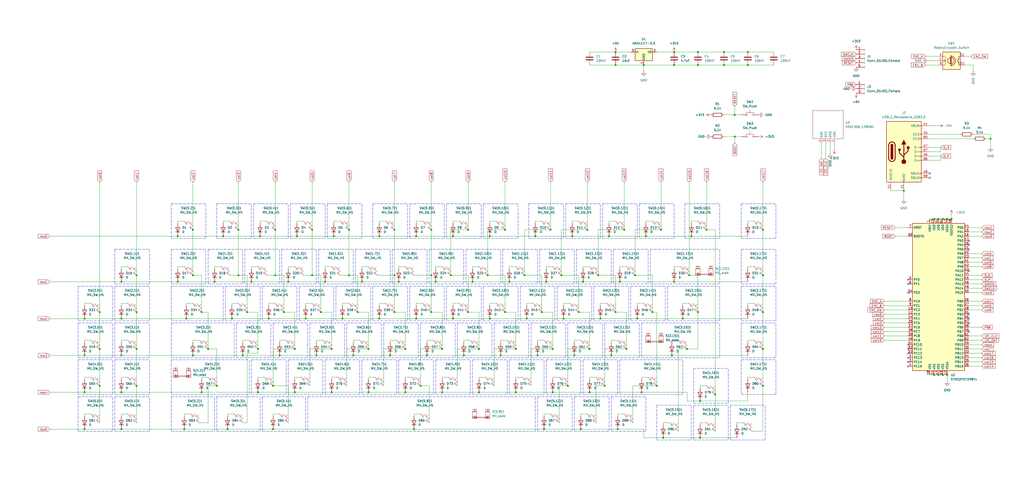
<source format=kicad_sch>
(kicad_sch (version 20211123) (generator eeschema)
  (paper "User" 599.999 279.4)
  (junction (at 231.14 182.88))
  (junction (at 118.11 182.88))
  (junction (at 71.12 165.1))
  (junction (at 163.83 208.28))
  (junction (at 113.03 161.29))
  (junction (at 549.91 219.71))
  (junction (at 382.27 182.88))
  (junction (at 360.68 30.48))
  (junction (at 195.58 138.43))
  (junction (at 320.04 165.1))
  (junction (at 360.68 182.88))
  (junction (at 394.97 30.48))
  (junction (at 410.21 234.95))
  (junction (at 173.99 138.43))
  (junction (at 209.55 182.88))
  (junction (at 49.53 208.28))
  (junction (at 147.32 165.1))
  (junction (at 80.01 161.29))
  (junction (at 400.05 186.69))
  (junction (at 207.01 208.28))
  (junction (at 328.93 161.29))
  (junction (at 447.04 226.06))
  (junction (at 394.97 165.1))
  (junction (at 252.73 182.88))
  (junction (at 557.53 128.27))
  (junction (at 318.77 251.46))
  (junction (at 259.08 204.47))
  (junction (at 231.14 161.29))
  (junction (at 345.44 204.47))
  (junction (at 408.94 38.1))
  (junction (at 157.48 186.69))
  (junction (at 212.09 165.1))
  (junction (at 295.91 134.62))
  (junction (at 151.13 229.87))
  (junction (at 287.02 186.69))
  (junction (at 80.01 204.47))
  (junction (at 161.29 161.29))
  (junction (at 580.39 81.28))
  (junction (at 554.99 219.71))
  (junction (at 350.52 161.29))
  (junction (at 280.67 204.47))
  (junction (at 547.37 219.71))
  (junction (at 375.92 229.87))
  (junction (at 307.34 161.29))
  (junction (at 109.22 186.69))
  (junction (at 419.1 231.14))
  (junction (at 378.46 138.43))
  (junction (at 255.27 165.1))
  (junction (at 151.13 204.47))
  (junction (at 104.14 138.43))
  (junction (at 135.89 186.69))
  (junction (at 161.29 134.62))
  (junction (at 430.53 80.01))
  (junction (at 354.33 226.06))
  (junction (at 121.92 204.47))
  (junction (at 332.74 226.06))
  (junction (at 340.36 251.46))
  (junction (at 252.73 134.62))
  (junction (at 166.37 182.88))
  (junction (at 160.02 251.46))
  (junction (at 336.55 208.28))
  (junction (at 552.45 219.71))
  (junction (at 49.53 251.46))
  (junction (at 215.9 204.47))
  (junction (at 323.85 204.47))
  (junction (at 276.86 165.1))
  (junction (at 424.18 30.48))
  (junction (at 438.15 38.1))
  (junction (at 373.38 186.69))
  (junction (at 274.32 182.88))
  (junction (at 360.68 38.1))
  (junction (at 194.31 204.47))
  (junction (at 367.03 204.47))
  (junction (at 298.45 165.1))
  (junction (at 424.18 38.1))
  (junction (at 403.86 161.29))
  (junction (at 295.91 182.88))
  (junction (at 345.44 229.87))
  (junction (at 71.12 251.46))
  (junction (at 308.61 186.69))
  (junction (at 237.49 204.47))
  (junction (at 317.5 182.88))
  (junction (at 190.5 165.1))
  (junction (at 264.16 161.29))
  (junction (at 160.02 226.06))
  (junction (at 322.58 134.62))
  (junction (at 104.14 165.1))
  (junction (at 330.2 186.69))
  (junction (at 377.19 38.1))
  (junction (at 363.22 165.1))
  (junction (at 302.26 204.47))
  (junction (at 58.42 182.88))
  (junction (at 215.9 229.87))
  (junction (at 280.67 229.87))
  (junction (at 405.13 138.43))
  (junction (at 250.19 208.28))
  (junction (at 351.79 186.69))
  (junction (at 182.88 134.62))
  (junction (at 118.11 229.87))
  (junction (at 430.53 67.31))
  (junction (at 394.97 38.1))
  (junction (at 49.53 229.87))
  (junction (at 58.42 226.06))
  (junction (at 222.25 186.69))
  (junction (at 113.03 208.28))
  (junction (at 356.87 138.43))
  (junction (at 552.45 128.27))
  (junction (at 127 226.06))
  (junction (at 271.78 208.28))
  (junction (at 388.62 256.54))
  (junction (at 113.03 134.62))
  (junction (at 335.28 138.43))
  (junction (at 384.81 226.06))
  (junction (at 228.6 208.28))
  (junction (at 447.04 134.62))
  (junction (at 287.02 138.43))
  (junction (at 222.25 138.43))
  (junction (at 80.01 226.06))
  (junction (at 71.12 229.87))
  (junction (at 447.04 204.47))
  (junction (at 246.38 226.06))
  (junction (at 410.21 256.54))
  (junction (at 313.69 138.43))
  (junction (at 243.84 186.69))
  (junction (at 339.09 182.88))
  (junction (at 142.24 208.28))
  (junction (at 344.17 134.62))
  (junction (at 125.73 165.1))
  (junction (at 414.02 134.62))
  (junction (at 130.81 138.43))
  (junction (at 49.53 186.69))
  (junction (at 133.35 251.46))
  (junction (at 144.78 182.88))
  (junction (at 107.95 251.46))
  (junction (at 152.4 138.43))
  (junction (at 168.91 165.1))
  (junction (at 242.57 251.46))
  (junction (at 172.72 229.87))
  (junction (at 204.47 161.29))
  (junction (at 358.14 208.28))
  (junction (at 265.43 186.69))
  (junction (at 139.7 161.29))
  (junction (at 323.85 229.87))
  (junction (at 231.14 134.62))
  (junction (at 547.37 128.27))
  (junction (at 285.75 161.29))
  (junction (at 259.08 229.87))
  (junction (at 237.49 229.87))
  (junction (at 365.76 134.62))
  (junction (at 71.12 208.28))
  (junction (at 58.42 204.47))
  (junction (at 187.96 182.88))
  (junction (at 372.11 161.29))
  (junction (at 447.04 182.88))
  (junction (at 233.68 165.1))
  (junction (at 447.04 161.29))
  (junction (at 243.84 138.43))
  (junction (at 302.26 229.87))
  (junction (at 529.59 111.76))
  (junction (at 185.42 208.28))
  (junction (at 393.7 208.28))
  (junction (at 293.37 208.28))
  (junction (at 252.73 161.29))
  (junction (at 182.88 161.29))
  (junction (at 554.99 128.27))
  (junction (at 179.07 186.69))
  (junction (at 194.31 229.87))
  (junction (at 314.96 208.28))
  (junction (at 341.63 165.1))
  (junction (at 402.59 204.47))
  (junction (at 200.66 186.69))
  (junction (at 172.72 204.47))
  (junction (at 274.32 134.62))
  (junction (at 139.7 134.62))
  (junction (at 408.94 30.48))
  (junction (at 80.01 182.88))
  (junction (at 438.15 30.48))
  (junction (at 408.94 182.88))
  (junction (at 549.91 128.27))
  (junction (at 387.35 134.62))
  (junction (at 265.43 138.43))
  (junction (at 361.95 251.46))
  (junction (at 204.47 134.62))
  (junction (at 71.12 186.69))
  (no_connect (at 532.13 212.09))
  (no_connect (at 532.13 207.01))
  (no_connect (at 567.69 186.69))
  (no_connect (at 532.13 201.93))
  (no_connect (at 567.69 143.51))
  (no_connect (at 532.13 171.45))
  (no_connect (at 567.69 194.31))
  (no_connect (at 544.83 101.6))
  (no_connect (at 532.13 209.55))
  (no_connect (at 567.69 158.75))
  (no_connect (at 532.13 166.37))
  (no_connect (at 567.69 184.15))
  (no_connect (at 567.69 140.97))
  (no_connect (at 532.13 214.63))
  (no_connect (at 532.13 163.83))
  (no_connect (at 567.69 189.23))
  (no_connect (at 544.83 104.14))
  (no_connect (at 567.69 146.05))
  (no_connect (at 532.13 204.47))
  (wire (pts (xy 547.37 128.27) (xy 549.91 128.27)))
  (wire (pts (xy 212.09 165.1) (xy 233.68 165.1)))
  (polyline (pts (xy 240.03 139.7) (xy 260.35 139.7)))
  (polyline (pts (xy 240.03 119.38) (xy 260.35 119.38)))
  (wire (pts (xy 336.55 208.28) (xy 358.14 208.28)))
  (polyline (pts (xy 67.31 232.41) (xy 67.31 252.73)))
  (wire (pts (xy 255.27 156.21) (xy 255.27 157.48)))
  (polyline (pts (xy 314.96 232.41) (xy 335.28 232.41)))
  (wire (pts (xy 204.47 161.29) (xy 209.55 161.29)))
  (polyline (pts (xy 261.62 119.38) (xy 261.62 139.7)))
  (polyline (pts (xy 369.57 167.64) (xy 389.89 167.64)))
  (wire (pts (xy 185.42 208.28) (xy 207.01 208.28)))
  (polyline (pts (xy 87.63 187.96) (xy 87.63 167.64)))
  (wire (pts (xy 168.91 165.1) (xy 190.5 165.1)))
  (polyline (pts (xy 406.4 215.9) (xy 426.72 215.9)))
  (polyline (pts (xy 271.78 166.37) (xy 271.78 146.05)))
  (polyline (pts (xy 368.3 187.96) (xy 368.3 167.64)))
  (polyline (pts (xy 421.64 187.96) (xy 421.64 167.64)))
  (wire (pts (xy 161.29 106.68) (xy 161.29 134.62)))
  (wire (pts (xy 345.44 182.88) (xy 345.44 204.47)))
  (polyline (pts (xy 137.16 209.55) (xy 137.16 189.23)))
  (wire (pts (xy 71.12 165.1) (xy 104.14 165.1)))
  (polyline (pts (xy 246.38 189.23) (xy 266.7 189.23)))
  (wire (pts (xy 345.44 30.48) (xy 360.68 30.48)))
  (wire (pts (xy 328.93 161.29) (xy 339.09 161.29)))
  (wire (pts (xy 231.14 161.29) (xy 220.98 161.29)))
  (wire (pts (xy 306.07 220.98) (xy 302.26 220.98)))
  (polyline (pts (xy 165.1 146.05) (xy 165.1 166.37)))
  (wire (pts (xy 424.18 38.1) (xy 438.15 38.1)))
  (wire (pts (xy 224.79 204.47) (xy 224.79 226.06)))
  (polyline (pts (xy 313.69 252.73) (xy 313.69 232.41)))
  (polyline (pts (xy 401.32 119.38) (xy 421.64 119.38)))
  (wire (pts (xy 246.38 204.47) (xy 246.38 226.06)))
  (wire (pts (xy 237.49 204.47) (xy 224.79 204.47)))
  (wire (pts (xy 518.16 184.15) (xy 532.13 184.15)))
  (wire (pts (xy 53.34 220.98) (xy 49.53 220.98)))
  (wire (pts (xy 265.43 186.69) (xy 287.02 186.69)))
  (polyline (pts (xy 147.32 139.7) (xy 147.32 119.38)))
  (polyline (pts (xy 331.47 139.7) (xy 351.79 139.7)))
  (wire (pts (xy 242.57 251.46) (xy 318.77 251.46)))
  (wire (pts (xy 554.99 219.71) (xy 554.99 223.52)))
  (wire (pts (xy 264.16 134.62) (xy 264.16 161.29)))
  (wire (pts (xy 312.42 177.8) (xy 308.61 177.8)))
  (polyline (pts (xy 346.71 187.96) (xy 346.71 167.64)))
  (polyline (pts (xy 153.67 167.64) (xy 153.67 187.96)))
  (wire (pts (xy 328.93 134.62) (xy 328.93 161.29)))
  (wire (pts (xy 307.34 161.29) (xy 317.5 161.29)))
  (wire (pts (xy 293.37 208.28) (xy 314.96 208.28)))
  (wire (pts (xy 133.35 251.46) (xy 160.02 251.46)))
  (wire (pts (xy 372.11 134.62) (xy 372.11 161.29)))
  (wire (pts (xy 397.51 204.47) (xy 397.51 252.73)))
  (wire (pts (xy 350.52 134.62) (xy 350.52 161.29)))
  (wire (pts (xy 160.02 251.46) (xy 242.57 251.46)))
  (polyline (pts (xy 406.4 236.22) (xy 426.72 236.22)))
  (polyline (pts (xy 158.75 209.55) (xy 158.75 189.23)))
  (wire (pts (xy 276.86 156.21) (xy 276.86 157.48)))
  (polyline (pts (xy 250.19 166.37) (xy 250.19 146.05)))
  (wire (pts (xy 207.01 208.28) (xy 228.6 208.28)))
  (wire (pts (xy 173.99 138.43) (xy 195.58 138.43)))
  (polyline (pts (xy 378.46 252.73) (xy 378.46 232.41)))
  (wire (pts (xy 295.91 106.68) (xy 295.91 134.62)))
  (wire (pts (xy 577.85 81.28) (xy 580.39 81.28)))
  (wire (pts (xy 410.21 247.65) (xy 410.21 248.92)))
  (polyline (pts (xy 304.8 187.96) (xy 325.12 187.96)))
  (wire (pts (xy 290.83 129.54) (xy 287.02 129.54)))
  (polyline (pts (xy 147.32 231.14) (xy 167.64 231.14)))
  (wire (pts (xy 185.42 199.39) (xy 185.42 200.66)))
  (polyline (pts (xy 246.38 209.55) (xy 266.7 209.55)))
  (wire (pts (xy 231.14 106.68) (xy 231.14 134.62)))
  (wire (pts (xy 567.69 204.47) (xy 575.31 204.47)))
  (wire (pts (xy 144.78 247.65) (xy 142.24 247.65)))
  (wire (pts (xy 222.25 186.69) (xy 243.84 186.69)))
  (polyline (pts (xy 100.33 146.05) (xy 100.33 166.37)))
  (polyline (pts (xy 375.92 189.23) (xy 375.92 209.55)))
  (polyline (pts (xy 311.15 189.23) (xy 311.15 209.55)))
  (wire (pts (xy 139.7 106.68) (xy 139.7 134.62)))
  (wire (pts (xy 544.83 91.44) (xy 551.18 91.44)))
  (wire (pts (xy 71.12 156.21) (xy 71.12 157.48)))
  (wire (pts (xy 438.15 234.95) (xy 438.15 229.87)))
  (polyline (pts (xy 421.64 209.55) (xy 421.64 189.23)))
  (polyline (pts (xy 121.92 146.05) (xy 121.92 166.37)))
  (wire (pts (xy 524.51 133.35) (xy 532.13 133.35)))
  (polyline (pts (xy 100.33 189.23) (xy 120.65 189.23)))
  (wire (pts (xy 382.27 161.29) (xy 382.27 182.88)))
  (polyline (pts (xy 45.72 167.64) (xy 45.72 187.96)))
  (wire (pts (xy 322.58 106.68) (xy 322.58 134.62)))
  (polyline (pts (xy 320.04 210.82) (xy 320.04 231.14)))
  (wire (pts (xy 330.2 186.69) (xy 351.79 186.69)))
  (polyline (pts (xy 347.98 187.96) (xy 368.3 187.96)))
  (wire (pts (xy 360.68 182.88) (xy 367.03 182.88)))
  (wire (pts (xy 403.86 106.68) (xy 403.86 161.29)))
  (wire (pts (xy 544.83 88.9) (xy 551.18 88.9)))
  (wire (pts (xy 414.02 226.06) (xy 410.21 226.06)))
  (polyline (pts (xy 316.23 166.37) (xy 336.55 166.37)))
  (wire (pts (xy 295.91 182.88) (xy 302.26 182.88)))
  (polyline (pts (xy 406.4 237.49) (xy 426.72 237.49)))
  (wire (pts (xy 365.76 106.68) (xy 365.76 134.62)))
  (wire (pts (xy 340.36 251.46) (xy 361.95 251.46)))
  (polyline (pts (xy 121.92 166.37) (xy 142.24 166.37)))
  (polyline (pts (xy 281.94 187.96) (xy 281.94 167.64)))
  (wire (pts (xy 49.53 220.98) (xy 49.53 222.25)))
  (wire (pts (xy 438.15 199.39) (xy 438.15 200.66)))
  (polyline (pts (xy 153.67 167.64) (xy 173.99 167.64)))
  (polyline (pts (xy 335.28 252.73) (xy 335.28 232.41)))
  (wire (pts (xy 308.61 177.8) (xy 308.61 179.07)))
  (polyline (pts (xy 266.7 209.55) (xy 266.7 189.23)))
  (polyline (pts (xy 45.72 232.41) (xy 66.04 232.41)))
  (wire (pts (xy 250.19 199.39) (xy 250.19 200.66)))
  (wire (pts (xy 157.48 177.8) (xy 157.48 179.07)))
  (wire (pts (xy 151.13 156.21) (xy 147.32 156.21)))
  (wire (pts (xy 377.19 177.8) (xy 373.38 177.8)))
  (polyline (pts (xy 314.96 166.37) (xy 314.96 146.05)))
  (wire (pts (xy 408.94 30.48) (xy 424.18 30.48)))
  (polyline (pts (xy 353.06 119.38) (xy 373.38 119.38)))
  (wire (pts (xy 204.47 106.68) (xy 204.47 134.62)))
  (wire (pts (xy 518.16 189.23) (xy 532.13 189.23)))
  (wire (pts (xy 151.13 207.01) (xy 144.78 207.01)))
  (polyline (pts (xy 406.4 237.49) (xy 406.4 257.81)))
  (wire (pts (xy 49.53 229.87) (xy 71.12 229.87)))
  (wire (pts (xy 323.85 229.87) (xy 345.44 229.87)))
  (polyline (pts (xy 374.65 209.55) (xy 374.65 189.23)))
  (wire (pts (xy 518.16 186.69) (xy 532.13 186.69)))
  (polyline (pts (xy 127 139.7) (xy 147.32 139.7)))
  (wire (pts (xy 557.53 125.73) (xy 557.53 128.27)))
  (wire (pts (xy 80.01 204.47) (xy 80.01 226.06)))
  (polyline (pts (xy 45.72 187.96) (xy 66.04 187.96)))
  (polyline (pts (xy 434.34 146.05) (xy 454.66 146.05)))
  (wire (pts (xy 518.16 181.61) (xy 532.13 181.61)))
  (wire (pts (xy 438.15 156.21) (xy 438.15 157.48)))
  (polyline (pts (xy 434.34 166.37) (xy 454.66 166.37)))
  (polyline (pts (xy 67.31 252.73) (xy 87.63 252.73)))
  (polyline (pts (xy 146.05 231.14) (xy 146.05 210.82)))
  (wire (pts (xy 547.37 219.71) (xy 549.91 219.71)))
  (wire (pts (xy 302.26 229.87) (xy 323.85 229.87)))
  (polyline (pts (xy 153.67 232.41) (xy 153.67 252.73)))
  (polyline (pts (xy 406.4 215.9) (xy 406.4 236.22)))
  (wire (pts (xy 518.16 199.39) (xy 532.13 199.39)))
  (polyline (pts (xy 185.42 166.37) (xy 185.42 146.05)))
  (wire (pts (xy 104.14 165.1) (xy 125.73 165.1)))
  (polyline (pts (xy 190.5 139.7) (xy 190.5 119.38)))
  (wire (pts (xy 163.83 242.57) (xy 160.02 242.57)))
  (wire (pts (xy 71.12 251.46) (xy 107.95 251.46)))
  (polyline (pts (xy 332.74 189.23) (xy 353.06 189.23)))
  (wire (pts (xy 254 199.39) (xy 250.19 199.39)))
  (wire (pts (xy 212.09 156.21) (xy 212.09 157.48)))
  (wire (pts (xy 113.03 161.29) (xy 118.11 161.29)))
  (wire (pts (xy 544.83 93.98) (xy 551.18 93.98)))
  (polyline (pts (xy 195.58 187.96) (xy 195.58 167.64)))
  (polyline (pts (xy 298.45 210.82) (xy 298.45 231.14)))
  (wire (pts (xy 71.12 242.57) (xy 71.12 243.84)))
  (polyline (pts (xy 359.41 146.05) (xy 359.41 166.37)))
  (polyline (pts (xy 152.4 187.96) (xy 152.4 167.64)))
  (polyline (pts (xy 203.2 209.55) (xy 223.52 209.55)))
  (wire (pts (xy 360.68 161.29) (xy 360.68 182.88)))
  (polyline (pts (xy 67.31 209.55) (xy 87.63 209.55)))
  (polyline (pts (xy 363.22 210.82) (xy 400.05 210.82)))
  (wire (pts (xy 408.94 182.88) (xy 408.94 204.47)))
  (wire (pts (xy 139.7 177.8) (xy 135.89 177.8)))
  (polyline (pts (xy 336.55 232.41) (xy 336.55 252.73)))
  (polyline (pts (xy 273.05 166.37) (xy 293.37 166.37)))
  (wire (pts (xy 570.23 78.74) (xy 580.39 78.74)))
  (polyline (pts (xy 309.88 209.55) (xy 309.88 189.23)))
  (polyline (pts (xy 354.33 189.23) (xy 354.33 209.55)))
  (wire (pts (xy 259.08 229.87) (xy 280.67 229.87)))
  (wire (pts (xy 365.76 242.57) (xy 361.95 242.57)))
  (wire (pts (xy 438.15 30.48) (xy 453.39 30.48)))
  (polyline (pts (xy 100.33 189.23) (xy 100.33 209.55)))
  (polyline (pts (xy 288.29 209.55) (xy 288.29 189.23)))
  (polyline (pts (xy 341.63 231.14) (xy 361.95 231.14)))
  (wire (pts (xy 554.99 128.27) (xy 557.53 128.27)))
  (polyline (pts (xy 358.14 166.37) (xy 358.14 146.05)))
  (wire (pts (xy 243.84 138.43) (xy 265.43 138.43)))
  (wire (pts (xy 58.42 106.68) (xy 58.42 182.88)))
  (wire (pts (xy 237.49 156.21) (xy 233.68 156.21)))
  (wire (pts (xy 567.69 199.39) (xy 575.31 199.39)))
  (polyline (pts (xy 240.03 167.64) (xy 240.03 187.96)))
  (polyline (pts (xy 303.53 139.7) (xy 303.53 119.38)))
  (wire (pts (xy 215.9 156.21) (xy 212.09 156.21)))
  (polyline (pts (xy 87.63 231.14) (xy 87.63 210.82)))
  (wire (pts (xy 297.18 199.39) (xy 293.37 199.39)))
  (wire (pts (xy 111.76 242.57) (xy 107.95 242.57)))
  (wire (pts (xy 447.04 106.68) (xy 447.04 134.62)))
  (polyline (pts (xy 336.55 232.41) (xy 356.87 232.41)))
  (wire (pts (xy 365.76 134.62) (xy 350.52 134.62)))
  (polyline (pts (xy 196.85 167.64) (xy 196.85 187.96)))
  (wire (pts (xy 414.02 106.68) (xy 414.02 134.62)))
  (polyline (pts (xy 330.2 139.7) (xy 330.2 119.38)))
  (polyline (pts (xy 100.33 210.82) (xy 146.05 210.82)))
  (wire (pts (xy 287.02 129.54) (xy 287.02 130.81)))
  (wire (pts (xy 518.16 196.85) (xy 532.13 196.85)))
  (polyline (pts (xy 261.62 139.7) (xy 281.94 139.7)))
  (polyline (pts (xy 148.59 119.38) (xy 168.91 119.38)))
  (wire (pts (xy 332.74 204.47) (xy 332.74 226.06)))
  (polyline (pts (xy 186.69 146.05) (xy 186.69 166.37)))
  (wire (pts (xy 378.46 129.54) (xy 378.46 130.81)))
  (wire (pts (xy 320.04 156.21) (xy 320.04 157.48)))
  (wire (pts (xy 400.05 177.8) (xy 400.05 179.07)))
  (wire (pts (xy 71.12 208.28) (xy 113.03 208.28)))
  (wire (pts (xy 544.83 73.66) (xy 549.91 73.66)))
  (polyline (pts (xy 359.41 166.37) (xy 379.73 166.37)))
  (polyline (pts (xy 374.65 119.38) (xy 374.65 139.7)))
  (wire (pts (xy 271.78 199.39) (xy 271.78 200.66)))
  (wire (pts (xy 384.81 226.06) (xy 370.84 226.06)))
  (wire (pts (xy 345.44 229.87) (xy 375.92 229.87)))
  (polyline (pts (xy 218.44 167.64) (xy 218.44 187.96)))
  (polyline (pts (xy 374.65 139.7) (xy 394.97 139.7)))
  (wire (pts (xy 567.69 166.37) (xy 575.31 166.37)))
  (wire (pts (xy 350.52 161.29) (xy 360.68 161.29)))
  (polyline (pts (xy 181.61 189.23) (xy 201.93 189.23)))
  (polyline (pts (xy 298.45 231.14) (xy 318.77 231.14)))
  (wire (pts (xy 408.94 38.1) (xy 424.18 38.1)))
  (wire (pts (xy 172.72 204.47) (xy 160.02 204.47)))
  (polyline (pts (xy 208.28 146.05) (xy 208.28 166.37)))
  (wire (pts (xy 544.83 86.36) (xy 551.18 86.36)))
  (wire (pts (xy 113.03 208.28) (xy 142.24 208.28)))
  (wire (pts (xy 397.51 199.39) (xy 393.7 199.39)))
  (polyline (pts (xy 170.18 119.38) (xy 170.18 139.7)))
  (wire (pts (xy 161.29 134.62) (xy 161.29 161.29)))
  (wire (pts (xy 259.08 204.47) (xy 246.38 204.47)))
  (polyline (pts (xy 405.13 257.81) (xy 405.13 237.49)))
  (wire (pts (xy 182.88 161.29) (xy 187.96 161.29)))
  (wire (pts (xy 29.21 138.43) (xy 104.14 138.43)))
  (polyline (pts (xy 100.33 210.82) (xy 100.33 231.14)))
  (wire (pts (xy 280.67 229.87) (xy 302.26 229.87)))
  (polyline (pts (xy 238.76 187.96) (xy 238.76 167.64)))
  (polyline (pts (xy 100.33 167.64) (xy 100.33 187.96)))
  (polyline (pts (xy 394.97 139.7) (xy 394.97 119.38)))
  (wire (pts (xy 199.39 161.29) (xy 204.47 161.29)))
  (wire (pts (xy 340.36 199.39) (xy 336.55 199.39)))
  (wire (pts (xy 382.27 129.54) (xy 378.46 129.54)))
  (wire (pts (xy 410.21 234.95) (xy 438.15 234.95)))
  (wire (pts (xy 323.85 182.88) (xy 323.85 204.47)))
  (wire (pts (xy 363.22 165.1) (xy 394.97 165.1)))
  (wire (pts (xy 113.03 106.68) (xy 113.03 134.62)))
  (polyline (pts (xy 254 231.14) (xy 254 210.82)))
  (wire (pts (xy 544.83 219.71) (xy 547.37 219.71)))
  (polyline (pts (xy 384.81 257.81) (xy 405.13 257.81)))
  (wire (pts (xy 231.14 161.29) (xy 231.14 182.88)))
  (wire (pts (xy 194.31 182.88) (xy 194.31 204.47)))
  (polyline (pts (xy 336.55 166.37) (xy 336.55 146.05)))
  (wire (pts (xy 430.53 80.01) (xy 434.34 80.01)))
  (wire (pts (xy 567.69 163.83) (xy 575.31 163.83)))
  (wire (pts (xy 147.32 165.1) (xy 168.91 165.1)))
  (wire (pts (xy 118.11 182.88) (xy 121.92 182.88)))
  (wire (pts (xy 447.04 134.62) (xy 447.04 161.29)))
  (wire (pts (xy 228.6 208.28) (xy 250.19 208.28)))
  (wire (pts (xy 549.91 128.27) (xy 552.45 128.27)))
  (wire (pts (xy 285.75 161.29) (xy 295.91 161.29)))
  (polyline (pts (xy 87.63 166.37) (xy 87.63 146.05)))
  (wire (pts (xy 49.53 208.28) (xy 71.12 208.28)))
  (wire (pts (xy 398.78 156.21) (xy 394.97 156.21)))
  (wire (pts (xy 486.41 83.82) (xy 486.41 90.17)))
  (polyline (pts (xy 261.62 187.96) (xy 281.94 187.96)))
  (polyline (pts (xy 421.64 139.7) (xy 421.64 119.38)))
  (wire (pts (xy 107.95 242.57) (xy 107.95 243.84)))
  (wire (pts (xy 567.69 148.59) (xy 575.31 148.59)))
  (wire (pts (xy 144.78 182.88) (xy 151.13 182.88)))
  (polyline (pts (xy 316.23 146.05) (xy 316.23 166.37)))
  (wire (pts (xy 323.85 220.98) (xy 323.85 222.25)))
  (wire (pts (xy 330.2 177.8) (xy 330.2 179.07)))
  (wire (pts (xy 121.92 204.47) (xy 127 204.47)))
  (polyline (pts (xy 143.51 146.05) (xy 163.83 146.05)))
  (polyline (pts (xy 298.45 210.82) (xy 318.77 210.82)))
  (wire (pts (xy 187.96 182.88) (xy 194.31 182.88)))
  (wire (pts (xy 29.21 208.28) (xy 49.53 208.28)))
  (wire (pts (xy 549.91 219.71) (xy 552.45 219.71)))
  (polyline (pts (xy 66.04 231.14) (xy 66.04 210.82)))
  (wire (pts (xy 567.69 179.07) (xy 575.31 179.07)))
  (wire (pts (xy 483.87 83.82) (xy 483.87 92.71)))
  (polyline (pts (xy 66.04 252.73) (xy 66.04 232.41)))
  (wire (pts (xy 107.95 251.46) (xy 133.35 251.46)))
  (wire (pts (xy 387.35 134.62) (xy 372.11 134.62)))
  (polyline (pts (xy 255.27 210.82) (xy 275.59 210.82)))
  (polyline (pts (xy 384.81 237.49) (xy 384.81 257.81)))
  (wire (pts (xy 74.93 156.21) (xy 71.12 156.21)))
  (wire (pts (xy 341.63 165.1) (xy 363.22 165.1)))
  (wire (pts (xy 551.18 93.98) (xy 551.18 91.44)))
  (wire (pts (xy 74.93 242.57) (xy 71.12 242.57)))
  (wire (pts (xy 200.66 177.8) (xy 200.66 179.07)))
  (polyline (pts (xy 381 166.37) (xy 401.32 166.37)))
  (wire (pts (xy 49.53 199.39) (xy 49.53 200.66)))
  (wire (pts (xy 518.16 176.53) (xy 532.13 176.53)))
  (polyline (pts (xy 275.59 231.14) (xy 275.59 210.82)))
  (wire (pts (xy 133.35 242.57) (xy 133.35 243.84)))
  (polyline (pts (xy 45.72 210.82) (xy 45.72 231.14)))
  (polyline (pts (xy 186.69 146.05) (xy 207.01 146.05)))
  (wire (pts (xy 384.81 182.88) (xy 384.81 226.06)))
  (wire (pts (xy 237.49 229.87) (xy 259.08 229.87)))
  (polyline (pts (xy 325.12 187.96) (xy 325.12 167.64)))
  (wire (pts (xy 410.21 226.06) (xy 410.21 227.33)))
  (polyline (pts (xy 283.21 119.38) (xy 303.53 119.38)))
  (wire (pts (xy 118.11 161.29) (xy 118.11 182.88)))
  (wire (pts (xy 252.73 161.29) (xy 252.73 182.88)))
  (polyline (pts (xy 273.05 146.05) (xy 273.05 166.37)))
  (polyline (pts (xy 218.44 139.7) (xy 238.76 139.7)))
  (wire (pts (xy 393.7 199.39) (xy 393.7 200.66)))
  (wire (pts (xy 204.47 177.8) (xy 200.66 177.8)))
  (polyline (pts (xy 326.39 167.64) (xy 346.71 167.64)))
  (wire (pts (xy 228.6 199.39) (xy 228.6 200.66)))
  (wire (pts (xy 567.69 151.13) (xy 575.31 151.13)))
  (wire (pts (xy 334.01 177.8) (xy 330.2 177.8)))
  (wire (pts (xy 339.09 161.29) (xy 339.09 182.88)))
  (wire (pts (xy 402.59 229.87) (xy 402.59 234.95)))
  (wire (pts (xy 298.45 165.1) (xy 320.04 165.1)))
  (wire (pts (xy 544.83 78.74) (xy 562.61 78.74)))
  (polyline (pts (xy 354.33 209.55) (xy 374.65 209.55)))
  (wire (pts (xy 146.05 199.39) (xy 142.24 199.39)))
  (polyline (pts (xy 260.35 139.7) (xy 260.35 119.38)))
  (wire (pts (xy 251.46 226.06) (xy 251.46 247.65)))
  (polyline (pts (xy 354.33 189.23) (xy 374.65 189.23)))
  (polyline (pts (xy 66.04 187.96) (xy 66.04 167.64)))
  (wire (pts (xy 274.32 106.68) (xy 274.32 134.62)))
  (wire (pts (xy 567.69 214.63) (xy 575.31 214.63)))
  (polyline (pts (xy 240.03 187.96) (xy 260.35 187.96)))
  (polyline (pts (xy 147.32 210.82) (xy 167.64 210.82)))
  (polyline (pts (xy 375.92 189.23) (xy 421.64 189.23)))
  (polyline (pts (xy 67.31 166.37) (xy 87.63 166.37)))
  (polyline (pts (xy 331.47 209.55) (xy 331.47 189.23)))
  (wire (pts (xy 322.58 242.57) (xy 318.77 242.57)))
  (polyline (pts (xy 267.97 189.23) (xy 267.97 209.55)))
  (wire (pts (xy 438.15 220.98) (xy 438.15 222.25)))
  (polyline (pts (xy 283.21 139.7) (xy 303.53 139.7)))
  (wire (pts (xy 308.61 186.69) (xy 330.2 186.69)))
  (wire (pts (xy 322.58 134.62) (xy 307.34 134.62)))
  (wire (pts (xy 207.01 199.39) (xy 207.01 200.66)))
  (wire (pts (xy 241.3 220.98) (xy 237.49 220.98)))
  (wire (pts (xy 176.53 220.98) (xy 172.72 220.98)))
  (wire (pts (xy 377.19 41.91) (xy 377.19 38.1)))
  (wire (pts (xy 195.58 129.54) (xy 195.58 130.81)))
  (polyline (pts (xy 45.72 189.23) (xy 45.72 209.55)))
  (wire (pts (xy 373.38 186.69) (xy 400.05 186.69)))
  (wire (pts (xy 280.67 182.88) (xy 280.67 204.47)))
  (wire (pts (xy 320.04 165.1) (xy 341.63 165.1)))
  (wire (pts (xy 285.75 134.62) (xy 285.75 161.29)))
  (wire (pts (xy 567.69 212.09) (xy 575.31 212.09)))
  (polyline (pts (xy 175.26 167.64) (xy 175.26 187.96)))
  (wire (pts (xy 142.24 199.39) (xy 142.24 200.66)))
  (polyline (pts (xy 267.97 209.55) (xy 288.29 209.55)))
  (wire (pts (xy 160.02 204.47) (xy 160.02 226.06)))
  (wire (pts (xy 209.55 182.88) (xy 215.9 182.88)))
  (wire (pts (xy 552.45 128.27) (xy 554.99 128.27)))
  (wire (pts (xy 542.29 33.02) (xy 549.91 33.02)))
  (wire (pts (xy 144.78 161.29) (xy 144.78 182.88)))
  (wire (pts (xy 393.7 208.28) (xy 438.15 208.28)))
  (polyline (pts (xy 406.4 257.81) (xy 426.72 257.81)))
  (wire (pts (xy 408.94 161.29) (xy 408.94 182.88)))
  (wire (pts (xy 129.54 156.21) (xy 125.73 156.21)))
  (polyline (pts (xy 331.47 119.38) (xy 331.47 139.7)))
  (polyline (pts (xy 289.56 209.55) (xy 309.88 209.55)))
  (wire (pts (xy 435.61 247.65) (xy 431.8 247.65)))
  (polyline (pts (xy 309.88 139.7) (xy 330.2 139.7)))
  (polyline (pts (xy 434.34 146.05) (xy 434.34 166.37)))
  (polyline (pts (xy 67.31 146.05) (xy 67.31 166.37)))
  (polyline (pts (xy 45.72 252.73) (xy 66.04 252.73)))
  (wire (pts (xy 195.58 138.43) (xy 222.25 138.43)))
  (wire (pts (xy 144.78 207.01) (xy 144.78 247.65)))
  (wire (pts (xy 226.06 129.54) (xy 222.25 129.54)))
  (wire (pts (xy 345.44 204.47) (xy 332.74 204.47)))
  (wire (pts (xy 431.8 247.65) (xy 431.8 248.92)))
  (polyline (pts (xy 401.32 139.7) (xy 421.64 139.7)))
  (wire (pts (xy 168.91 156.21) (xy 168.91 157.48)))
  (polyline (pts (xy 196.85 167.64) (xy 217.17 167.64)))
  (polyline (pts (xy 369.57 187.96) (xy 389.89 187.96)))
  (polyline (pts (xy 173.99 187.96) (xy 173.99 167.64)))
  (wire (pts (xy 209.55 161.29) (xy 209.55 182.88)))
  (polyline (pts (xy 454.66 166.37) (xy 454.66 146.05)))
  (polyline (pts (xy 454.66 209.55) (xy 454.66 189.23)))
  (wire (pts (xy 355.6 177.8) (xy 351.79 177.8)))
  (polyline (pts (xy 229.87 146.05) (xy 229.87 166.37)))
  (polyline (pts (xy 67.31 231.14) (xy 87.63 231.14)))
  (polyline (pts (xy 276.86 210.82) (xy 276.86 231.14)))
  (polyline (pts (xy 87.63 252.73) (xy 87.63 232.41)))
  (wire (pts (xy 233.68 165.1) (xy 255.27 165.1)))
  (wire (pts (xy 247.65 177.8) (xy 243.84 177.8)))
  (polyline (pts (xy 191.77 119.38) (xy 212.09 119.38)))
  (polyline (pts (xy 165.1 146.05) (xy 185.42 146.05)))
  (wire (pts (xy 447.04 252.73) (xy 440.69 252.73)))
  (polyline (pts (xy 401.32 146.05) (xy 421.64 146.05)))
  (polyline (pts (xy 374.65 119.38) (xy 394.97 119.38)))
  (wire (pts (xy 402.59 204.47) (xy 397.51 204.47)))
  (wire (pts (xy 318.77 242.57) (xy 318.77 243.84)))
  (polyline (pts (xy 132.08 187.96) (xy 152.4 187.96)))
  (wire (pts (xy 190.5 165.1) (xy 212.09 165.1)))
  (polyline (pts (xy 163.83 166.37) (xy 163.83 146.05)))
  (wire (pts (xy 130.81 129.54) (xy 130.81 130.81)))
  (wire (pts (xy 518.16 194.31) (xy 532.13 194.31)))
  (wire (pts (xy 567.69 181.61) (xy 575.31 181.61)))
  (wire (pts (xy 360.68 129.54) (xy 356.87 129.54)))
  (polyline (pts (xy 224.79 209.55) (xy 245.11 209.55)))
  (polyline (pts (xy 311.15 209.55) (xy 331.47 209.55)))
  (wire (pts (xy 567.69 135.89) (xy 575.31 135.89)))
  (wire (pts (xy 252.73 106.68) (xy 252.73 134.62)))
  (polyline (pts (xy 153.67 252.73) (xy 179.07 252.73)))
  (wire (pts (xy 113.03 199.39) (xy 113.03 200.66)))
  (polyline (pts (xy 454.66 187.96) (xy 454.66 167.64)))
  (wire (pts (xy 313.69 129.54) (xy 313.69 130.81)))
  (polyline (pts (xy 132.08 167.64) (xy 132.08 187.96)))
  (wire (pts (xy 344.17 134.62) (xy 328.93 134.62)))
  (polyline (pts (xy 426.72 236.22) (xy 426.72 215.9)))
  (polyline (pts (xy 391.16 187.96) (xy 421.64 187.96)))
  (polyline (pts (xy 189.23 231.14) (xy 189.23 210.82)))
  (polyline (pts (xy 233.68 210.82) (xy 233.68 231.14)))
  (polyline (pts (xy 316.23 146.05) (xy 336.55 146.05)))
  (wire (pts (xy 233.68 156.21) (xy 233.68 157.48)))
  (polyline (pts (xy 389.89 187.96) (xy 389.89 167.64)))
  (polyline (pts (xy 448.31 257.81) (xy 448.31 237.49)))
  (polyline (pts (xy 381 146.05) (xy 401.32 146.05)))
  (wire (pts (xy 168.91 226.06) (xy 168.91 247.65)))
  (polyline (pts (xy 391.16 167.64) (xy 391.16 187.96)))
  (wire (pts (xy 269.24 177.8) (xy 265.43 177.8)))
  (wire (pts (xy 370.84 226.06) (xy 370.84 247.65)))
  (polyline (pts (xy 255.27 210.82) (xy 255.27 231.14)))
  (wire (pts (xy 204.47 134.62) (xy 204.47 161.29)))
  (polyline (pts (xy 100.33 139.7) (xy 120.65 139.7)))
  (wire (pts (xy 424.18 30.48) (xy 438.15 30.48)))
  (polyline (pts (xy 294.64 166.37) (xy 314.96 166.37)))
  (wire (pts (xy 215.9 204.47) (xy 203.2 204.47)))
  (wire (pts (xy 167.64 199.39) (xy 163.83 199.39)))
  (wire (pts (xy 107.95 129.54) (xy 104.14 129.54)))
  (wire (pts (xy 394.97 165.1) (xy 438.15 165.1)))
  (wire (pts (xy 521.97 111.76) (xy 529.59 111.76)))
  (polyline (pts (xy 167.64 231.14) (xy 167.64 210.82)))
  (wire (pts (xy 274.32 182.88) (xy 280.67 182.88)))
  (wire (pts (xy 264.16 161.29) (xy 274.32 161.29)))
  (wire (pts (xy 125.73 156.21) (xy 125.73 157.48)))
  (polyline (pts (xy 180.34 209.55) (xy 180.34 189.23)))
  (polyline (pts (xy 434.34 119.38) (xy 434.34 139.7)))
  (wire (pts (xy 358.14 208.28) (xy 393.7 208.28)))
  (wire (pts (xy 139.7 161.29) (xy 144.78 161.29)))
  (wire (pts (xy 190.5 156.21) (xy 190.5 157.48)))
  (wire (pts (xy 302.26 156.21) (xy 298.45 156.21)))
  (wire (pts (xy 441.96 220.98) (xy 438.15 220.98)))
  (wire (pts (xy 71.12 186.69) (xy 109.22 186.69)))
  (wire (pts (xy 127 204.47) (xy 127 226.06)))
  (polyline (pts (xy 347.98 167.64) (xy 347.98 187.96)))
  (polyline (pts (xy 314.96 232.41) (xy 314.96 252.73)))
  (polyline (pts (xy 401.32 166.37) (xy 421.64 166.37)))
  (wire (pts (xy 58.42 182.88) (xy 58.42 204.47)))
  (polyline (pts (xy 233.68 210.82) (xy 254 210.82)))
  (wire (pts (xy 151.13 204.47) (xy 151.13 207.01)))
  (wire (pts (xy 265.43 138.43) (xy 287.02 138.43)))
  (wire (pts (xy 336.55 199.39) (xy 336.55 200.66)))
  (wire (pts (xy 438.15 177.8) (xy 438.15 179.07)))
  (wire (pts (xy 179.07 186.69) (xy 200.66 186.69)))
  (polyline (pts (xy 181.61 209.55) (xy 201.93 209.55)))
  (wire (pts (xy 567.69 171.45) (xy 575.31 171.45)))
  (polyline (pts (xy 168.91 231.14) (xy 189.23 231.14)))
  (wire (pts (xy 408.94 204.47) (xy 402.59 204.47)))
  (polyline (pts (xy 143.51 146.05) (xy 143.51 166.37)))
  (wire (pts (xy 161.29 161.29) (xy 166.37 161.29)))
  (polyline (pts (xy 132.08 167.64) (xy 152.4 167.64)))
  (polyline (pts (xy 427.99 237.49) (xy 427.99 257.81)))
  (polyline (pts (xy 353.06 139.7) (xy 373.38 139.7)))
  (wire (pts (xy 313.69 138.43) (xy 335.28 138.43)))
  (polyline (pts (xy 100.33 231.14) (xy 146.05 231.14)))
  (wire (pts (xy 71.12 229.87) (xy 118.11 229.87)))
  (wire (pts (xy 361.95 251.46) (xy 377.19 251.46)))
  (polyline (pts (xy 160.02 209.55) (xy 180.34 209.55)))
  (wire (pts (xy 323.85 156.21) (xy 320.04 156.21)))
  (polyline (pts (xy 294.64 146.05) (xy 314.96 146.05)))
  (wire (pts (xy 151.13 229.87) (xy 172.72 229.87)))
  (polyline (pts (xy 67.31 189.23) (xy 67.31 209.55)))
  (wire (pts (xy 367.03 204.47) (xy 354.33 204.47)))
  (wire (pts (xy 29.21 186.69) (xy 49.53 186.69)))
  (polyline (pts (xy 100.33 166.37) (xy 120.65 166.37)))
  (wire (pts (xy 323.85 204.47) (xy 311.15 204.47)))
  (wire (pts (xy 524.51 138.43) (xy 532.13 138.43)))
  (wire (pts (xy 567.69 191.77) (xy 575.31 191.77)))
  (wire (pts (xy 570.23 38.1) (xy 570.23 41.91)))
  (wire (pts (xy 565.15 38.1) (xy 570.23 38.1)))
  (polyline (pts (xy 427.99 237.49) (xy 448.31 237.49)))
  (polyline (pts (xy 190.5 231.14) (xy 210.82 231.14)))
  (wire (pts (xy 71.12 220.98) (xy 71.12 222.25)))
  (polyline (pts (xy 251.46 146.05) (xy 271.78 146.05)))
  (wire (pts (xy 317.5 129.54) (xy 313.69 129.54)))
  (polyline (pts (xy 170.18 119.38) (xy 190.5 119.38)))
  (wire (pts (xy 447.04 182.88) (xy 447.04 204.47)))
  (polyline (pts (xy 180.34 232.41) (xy 180.34 252.73)))
  (polyline (pts (xy 179.07 252.73) (xy 179.07 232.41)))
  (polyline (pts (xy 45.72 231.14) (xy 66.04 231.14)))
  (polyline (pts (xy 67.31 167.64) (xy 87.63 167.64)))
  (wire (pts (xy 567.69 161.29) (xy 575.31 161.29)))
  (polyline (pts (xy 100.33 232.41) (xy 125.73 232.41)))
  (wire (pts (xy 580.39 81.28) (xy 580.39 86.36)))
  (polyline (pts (xy 120.65 187.96) (xy 130.81 187.96)))
  (polyline (pts (xy 67.31 232.41) (xy 87.63 232.41)))
  (polyline (pts (xy 196.85 187.96) (xy 217.17 187.96)))
  (polyline (pts (xy 359.41 146.05) (xy 379.73 146.05)))
  (wire (pts (xy 388.62 256.54) (xy 410.21 256.54)))
  (wire (pts (xy 302.26 182.88) (xy 302.26 204.47)))
  (wire (pts (xy 53.34 177.8) (xy 49.53 177.8)))
  (wire (pts (xy 172.72 182.88) (xy 172.72 204.47)))
  (wire (pts (xy 567.69 207.01) (xy 575.31 207.01)))
  (polyline (pts (xy 67.31 210.82) (xy 67.31 231.14)))
  (polyline (pts (xy 347.98 167.64) (xy 368.3 167.64)))
  (wire (pts (xy 447.04 161.29) (xy 447.04 182.88)))
  (polyline (pts (xy 148.59 119.38) (xy 148.59 139.7)))
  (wire (pts (xy 375.92 220.98) (xy 375.92 222.25)))
  (wire (pts (xy 121.92 226.06) (xy 121.92 247.65)))
  (polyline (pts (xy 223.52 209.55) (xy 223.52 189.23)))
  (wire (pts (xy 414.02 134.62) (xy 419.1 134.62)))
  (wire (pts (xy 107.95 156.21) (xy 104.14 156.21)))
  (wire (pts (xy 53.34 242.57) (xy 49.53 242.57)))
  (polyline (pts (xy 201.93 209.55) (xy 201.93 189.23)))
  (polyline (pts (xy 434.34 189.23) (xy 454.66 189.23)))
  (wire (pts (xy 219.71 220.98) (xy 215.9 220.98)))
  (wire (pts (xy 160.02 242.57) (xy 160.02 243.84)))
  (polyline (pts (xy 303.53 187.96) (xy 303.53 167.64)))
  (wire (pts (xy 177.8 161.29) (xy 182.88 161.29)))
  (wire (pts (xy 544.83 128.27) (xy 547.37 128.27)))
  (polyline (pts (xy 379.73 166.37) (xy 379.73 146.05)))
  (wire (pts (xy 139.7 134.62) (xy 139.7 161.29)))
  (wire (pts (xy 567.69 176.53) (xy 575.31 176.53)))
  (wire (pts (xy 49.53 242.57) (xy 49.53 243.84)))
  (wire (pts (xy 58.42 204.47) (xy 58.42 226.06)))
  (wire (pts (xy 80.01 182.88) (xy 80.01 204.47)))
  (wire (pts (xy 161.29 177.8) (xy 157.48 177.8)))
  (polyline (pts (xy 233.68 231.14) (xy 254 231.14)))
  (wire (pts (xy 567.69 201.93) (xy 575.31 201.93)))
  (wire (pts (xy 394.97 156.21) (xy 394.97 157.48)))
  (wire (pts (xy 121.92 182.88) (xy 121.92 204.47)))
  (polyline (pts (xy 434.34 210.82) (xy 434.34 231.14)))
  (polyline (pts (xy 283.21 187.96) (xy 303.53 187.96)))
  (polyline (pts (xy 212.09 139.7) (xy 212.09 119.38)))
  (wire (pts (xy 400.05 186.69) (xy 438.15 186.69)))
  (polyline (pts (xy 191.77 119.38) (xy 191.77 139.7)))
  (polyline (pts (xy 212.09 210.82) (xy 212.09 231.14)))
  (wire (pts (xy 274.32 161.29) (xy 274.32 182.88)))
  (polyline (pts (xy 421.64 166.37) (xy 421.64 146.05)))
  (polyline (pts (xy 337.82 146.05) (xy 358.14 146.05)))
  (polyline (pts (xy 309.88 119.38) (xy 309.88 139.7)))
  (wire (pts (xy 317.5 182.88) (xy 323.85 182.88)))
  (polyline (pts (xy 100.33 146.05) (xy 120.65 146.05)))
  (wire (pts (xy 109.22 177.8) (xy 109.22 179.07)))
  (wire (pts (xy 156.21 129.54) (xy 152.4 129.54)))
  (wire (pts (xy 360.68 38.1) (xy 377.19 38.1)))
  (wire (pts (xy 154.94 220.98) (xy 151.13 220.98)))
  (wire (pts (xy 287.02 177.8) (xy 287.02 179.07)))
  (polyline (pts (xy 120.65 166.37) (xy 120.65 146.05)))
  (wire (pts (xy 49.53 186.69) (xy 71.12 186.69)))
  (polyline (pts (xy 130.81 187.96) (xy 130.81 167.64)))
  (wire (pts (xy 280.67 204.47) (xy 267.97 204.47)))
  (wire (pts (xy 408.94 129.54) (xy 405.13 129.54)))
  (polyline (pts (xy 454.66 231.14) (xy 454.66 210.82)))
  (polyline (pts (xy 191.77 139.7) (xy 212.09 139.7)))
  (wire (pts (xy 394.97 38.1) (xy 408.94 38.1)))
  (polyline (pts (xy 175.26 167.64) (xy 195.58 167.64)))
  (wire (pts (xy 567.69 133.35) (xy 575.31 133.35)))
  (wire (pts (xy 203.2 204.47) (xy 203.2 226.06)))
  (wire (pts (xy 177.8 129.54) (xy 173.99 129.54)))
  (wire (pts (xy 231.14 134.62) (xy 231.14 161.29)))
  (wire (pts (xy 311.15 204.47) (xy 311.15 226.06)))
  (wire (pts (xy 567.69 196.85) (xy 575.31 196.85)))
  (polyline (pts (xy 127 252.73) (xy 152.4 252.73)))
  (polyline (pts (xy 100.33 232.41) (xy 100.33 252.73)))
  (polyline (pts (xy 138.43 189.23) (xy 158.75 189.23)))
  (wire (pts (xy 215.9 220.98) (xy 215.9 222.25)))
  (wire (pts (xy 163.83 199.39) (xy 163.83 200.66)))
  (wire (pts (xy 232.41 199.39) (xy 228.6 199.39)))
  (polyline (pts (xy 153.67 232.41) (xy 179.07 232.41)))
  (wire (pts (xy 289.56 204.47) (xy 289.56 226.06)))
  (polyline (pts (xy 361.95 231.14) (xy 361.95 210.82)))
  (wire (pts (xy 29.21 165.1) (xy 71.12 165.1)))
  (polyline (pts (xy 120.65 139.7) (xy 120.65 119.38)))
  (wire (pts (xy 189.23 199.39) (xy 185.42 199.39)))
  (wire (pts (xy 194.31 229.87) (xy 215.9 229.87)))
  (polyline (pts (xy 181.61 189.23) (xy 181.61 209.55)))
  (wire (pts (xy 49.53 177.8) (xy 49.53 179.07)))
  (wire (pts (xy 580.39 78.74) (xy 580.39 81.28)))
  (wire (pts (xy 156.21 161.29) (xy 161.29 161.29)))
  (polyline (pts (xy 138.43 209.55) (xy 158.75 209.55)))
  (wire (pts (xy 392.43 247.65) (xy 388.62 247.65)))
  (polyline (pts (xy 356.87 252.73) (xy 356.87 232.41)))
  (polyline (pts (xy 251.46 146.05) (xy 251.46 166.37)))
  (polyline (pts (xy 358.14 232.41) (xy 358.14 252.73)))
  (wire (pts (xy 335.28 138.43) (xy 356.87 138.43)))
  (wire (pts (xy 384.81 30.48) (xy 394.97 30.48)))
  (polyline (pts (xy 369.57 167.64) (xy 369.57 187.96)))
  (polyline (pts (xy 120.65 189.23) (xy 137.16 189.23)))
  (wire (pts (xy 284.48 220.98) (xy 280.67 220.98)))
  (polyline (pts (xy 289.56 189.23) (xy 289.56 209.55)))
  (wire (pts (xy 441.96 177.8) (xy 438.15 177.8)))
  (wire (pts (xy 419.1 231.14) (xy 419.1 252.73)))
  (wire (pts (xy 394.97 30.48) (xy 408.94 30.48)))
  (polyline (pts (xy 45.72 209.55) (xy 66.04 209.55)))
  (wire (pts (xy 130.81 138.43) (xy 152.4 138.43)))
  (wire (pts (xy 345.44 156.21) (xy 341.63 156.21)))
  (polyline (pts (xy 203.2 189.23) (xy 203.2 209.55)))
  (wire (pts (xy 356.87 138.43) (xy 378.46 138.43)))
  (polyline (pts (xy 125.73 252.73) (xy 125.73 232.41)))
  (wire (pts (xy 551.18 86.36) (xy 551.18 88.9)))
  (polyline (pts (xy 190.5 210.82) (xy 210.82 210.82)))
  (polyline (pts (xy 67.31 189.23) (xy 87.63 189.23)))
  (wire (pts (xy 118.11 229.87) (xy 151.13 229.87)))
  (wire (pts (xy 247.65 129.54) (xy 243.84 129.54)))
  (polyline (pts (xy 267.97 189.23) (xy 288.29 189.23)))
  (polyline (pts (xy 255.27 231.14) (xy 275.59 231.14)))
  (polyline (pts (xy 320.04 231.14) (xy 340.36 231.14)))
  (wire (pts (xy 345.44 38.1) (xy 360.68 38.1)))
  (polyline (pts (xy 218.44 119.38) (xy 218.44 139.7)))
  (polyline (pts (xy 391.16 167.64) (xy 421.64 167.64)))
  (wire (pts (xy 226.06 177.8) (xy 222.25 177.8)))
  (polyline (pts (xy 293.37 166.37) (xy 293.37 146.05)))
  (wire (pts (xy 104.14 156.21) (xy 104.14 157.48)))
  (wire (pts (xy 269.24 129.54) (xy 265.43 129.54)))
  (wire (pts (xy 518.16 191.77) (xy 532.13 191.77)))
  (wire (pts (xy 29.21 229.87) (xy 49.53 229.87)))
  (polyline (pts (xy 100.33 209.55) (xy 120.65 209.55)))
  (wire (pts (xy 349.25 220.98) (xy 345.44 220.98)))
  (wire (pts (xy 71.12 177.8) (xy 71.12 179.07)))
  (wire (pts (xy 80.01 106.68) (xy 80.01 161.29)))
  (wire (pts (xy 377.19 256.54) (xy 388.62 256.54)))
  (polyline (pts (xy 203.2 189.23) (xy 223.52 189.23)))
  (polyline (pts (xy 309.88 119.38) (xy 330.2 119.38)))
  (polyline (pts (xy 218.44 167.64) (xy 238.76 167.64)))
  (wire (pts (xy 447.04 226.06) (xy 447.04 252.73)))
  (wire (pts (xy 529.59 111.76) (xy 529.59 116.84)))
  (polyline (pts (xy 273.05 146.05) (xy 293.37 146.05)))
  (polyline (pts (xy 218.44 119.38) (xy 238.76 119.38)))
  (wire (pts (xy 265.43 129.54) (xy 265.43 130.81)))
  (polyline (pts (xy 240.03 119.38) (xy 240.03 139.7)))
  (polyline (pts (xy 207.01 166.37) (xy 207.01 146.05)))
  (wire (pts (xy 194.31 204.47) (xy 181.61 204.47)))
  (polyline (pts (xy 148.59 139.7) (xy 168.91 139.7)))
  (polyline (pts (xy 160.02 189.23) (xy 180.34 189.23)))
  (polyline (pts (xy 152.4 252.73) (xy 152.4 232.41)))
  (wire (pts (xy 567.69 209.55) (xy 575.31 209.55)))
  (wire (pts (xy 151.13 220.98) (xy 151.13 222.25)))
  (wire (pts (xy 252.73 161.29) (xy 242.57 161.29)))
  (polyline (pts (xy 281.94 139.7) (xy 281.94 119.38)))
  (wire (pts (xy 377.19 251.46) (xy 377.19 256.54)))
  (wire (pts (xy 152.4 129.54) (xy 152.4 130.81)))
  (wire (pts (xy 237.49 220.98) (xy 237.49 222.25)))
  (wire (pts (xy 339.09 182.88) (xy 345.44 182.88)))
  (polyline (pts (xy 210.82 231.14) (xy 210.82 210.82)))
  (wire (pts (xy 360.68 30.48) (xy 369.57 30.48)))
  (wire (pts (xy 237.49 182.88) (xy 237.49 204.47)))
  (wire (pts (xy 377.19 38.1) (xy 394.97 38.1)))
  (polyline (pts (xy 401.32 119.38) (xy 401.32 139.7)))
  (polyline (pts (xy 100.33 119.38) (xy 120.65 119.38)))
  (wire (pts (xy 403.86 177.8) (xy 400.05 177.8)))
  (polyline (pts (xy 232.41 231.14) (xy 232.41 210.82)))
  (wire (pts (xy 166.37 182.88) (xy 172.72 182.88)))
  (wire (pts (xy 265.43 177.8) (xy 265.43 179.07)))
  (wire (pts (xy 104.14 138.43) (xy 130.81 138.43)))
  (wire (pts (xy 142.24 208.28) (xy 163.83 208.28)))
  (polyline (pts (xy 143.51 166.37) (xy 163.83 166.37)))
  (wire (pts (xy 307.34 134.62) (xy 307.34 161.29)))
  (polyline (pts (xy 304.8 167.64) (xy 304.8 187.96)))
  (wire (pts (xy 358.14 199.39) (xy 358.14 200.66)))
  (polyline (pts (xy 238.76 139.7) (xy 238.76 119.38)))
  (polyline (pts (xy 229.87 146.05) (xy 250.19 146.05)))
  (polyline (pts (xy 381 146.05) (xy 381 166.37)))
  (wire (pts (xy 372.11 161.29) (xy 382.27 161.29)))
  (polyline (pts (xy 261.62 167.64) (xy 261.62 187.96)))
  (wire (pts (xy 187.96 161.29) (xy 187.96 182.88)))
  (wire (pts (xy 172.72 156.21) (xy 168.91 156.21)))
  (polyline (pts (xy 384.81 237.49) (xy 405.13 237.49)))
  (wire (pts (xy 194.31 220.98) (xy 194.31 222.25)))
  (wire (pts (xy 280.67 156.21) (xy 276.86 156.21)))
  (polyline (pts (xy 121.92 146.05) (xy 142.24 146.05)))
  (wire (pts (xy 116.84 199.39) (xy 113.03 199.39)))
  (polyline (pts (xy 434.34 167.64) (xy 454.66 167.64)))
  (wire (pts (xy 104.14 129.54) (xy 104.14 130.81)))
  (wire (pts (xy 567.69 156.21) (xy 575.31 156.21)))
  (polyline (pts (xy 100.33 167.64) (xy 120.65 167.64)))
  (wire (pts (xy 200.66 186.69) (xy 222.25 186.69)))
  (wire (pts (xy 135.89 177.8) (xy 135.89 179.07)))
  (wire (pts (xy 49.53 251.46) (xy 71.12 251.46)))
  (wire (pts (xy 74.93 199.39) (xy 71.12 199.39)))
  (wire (pts (xy 222.25 177.8) (xy 222.25 179.07)))
  (polyline (pts (xy 67.31 167.64) (xy 67.31 187.96)))
  (polyline (pts (xy 67.31 210.82) (xy 87.63 210.82)))
  (wire (pts (xy 222.25 129.54) (xy 222.25 130.81)))
  (wire (pts (xy 166.37 161.29) (xy 166.37 182.88)))
  (polyline (pts (xy 283.21 167.64) (xy 303.53 167.64)))
  (wire (pts (xy 243.84 177.8) (xy 243.84 179.07)))
  (polyline (pts (xy 332.74 189.23) (xy 332.74 209.55)))
  (wire (pts (xy 387.35 106.68) (xy 387.35 134.62)))
  (polyline (pts (xy 190.5 210.82) (xy 190.5 231.14)))
  (wire (pts (xy 298.45 156.21) (xy 298.45 157.48)))
  (wire (pts (xy 276.86 165.1) (xy 298.45 165.1)))
  (polyline (pts (xy 434.34 119.38) (xy 454.66 119.38)))
  (wire (pts (xy 290.83 177.8) (xy 287.02 177.8)))
  (polyline (pts (xy 212.09 210.82) (xy 232.41 210.82)))
  (wire (pts (xy 349.25 226.06) (xy 349.25 247.65)))
  (polyline (pts (xy 363.22 231.14) (xy 400.05 231.14)))
  (wire (pts (xy 179.07 177.8) (xy 179.07 179.07)))
  (wire (pts (xy 414.02 247.65) (xy 410.21 247.65)))
  (wire (pts (xy 125.73 165.1) (xy 147.32 165.1)))
  (polyline (pts (xy 228.6 166.37) (xy 228.6 146.05)))
  (wire (pts (xy 430.53 62.23) (xy 430.53 67.31)))
  (polyline (pts (xy 240.03 167.64) (xy 260.35 167.64)))
  (wire (pts (xy 302.26 204.47) (xy 289.56 204.47)))
  (wire (pts (xy 74.93 220.98) (xy 71.12 220.98)))
  (polyline (pts (xy 326.39 167.64) (xy 326.39 187.96)))
  (wire (pts (xy 344.17 242.57) (xy 340.36 242.57)))
  (wire (pts (xy 447.04 204.47) (xy 447.04 226.06)))
  (wire (pts (xy 243.84 186.69) (xy 265.43 186.69)))
  (wire (pts (xy 295.91 134.62) (xy 285.75 134.62)))
  (wire (pts (xy 80.01 226.06) (xy 80.01 247.65)))
  (wire (pts (xy 402.59 234.95) (xy 410.21 234.95)))
  (wire (pts (xy 267.97 204.47) (xy 267.97 226.06)))
  (wire (pts (xy 181.61 204.47) (xy 181.61 226.06)))
  (wire (pts (xy 314.96 199.39) (xy 314.96 200.66)))
  (wire (pts (xy 318.77 199.39) (xy 314.96 199.39)))
  (wire (pts (xy 344.17 106.68) (xy 344.17 134.62)))
  (wire (pts (xy 29.21 251.46) (xy 49.53 251.46)))
  (polyline (pts (xy 261.62 119.38) (xy 281.94 119.38)))
  (polyline (pts (xy 45.72 210.82) (xy 66.04 210.82)))
  (wire (pts (xy 367.03 156.21) (xy 363.22 156.21)))
  (wire (pts (xy 410.21 256.54) (xy 431.8 256.54)))
  (wire (pts (xy 259.08 182.88) (xy 259.08 204.47)))
  (wire (pts (xy 246.38 226.06) (xy 251.46 226.06)))
  (wire (pts (xy 314.96 208.28) (xy 336.55 208.28)))
  (wire (pts (xy 317.5 161.29) (xy 317.5 182.88)))
  (polyline (pts (xy 337.82 166.37) (xy 358.14 166.37)))
  (wire (pts (xy 543.56 35.56) (xy 549.91 35.56)))
  (polyline (pts (xy 297.18 231.14) (xy 297.18 210.82)))
  (wire (pts (xy 210.82 199.39) (xy 207.01 199.39)))
  (polyline (pts (xy 434.34 139.7) (xy 454.66 139.7)))
  (wire (pts (xy 518.16 179.07) (xy 532.13 179.07)))
  (wire (pts (xy 424.18 80.01) (xy 430.53 80.01)))
  (polyline (pts (xy 341.63 210.82) (xy 341.63 231.14)))
  (polyline (pts (xy 229.87 166.37) (xy 250.19 166.37)))
  (wire (pts (xy 127 226.06) (xy 121.92 226.06)))
  (wire (pts (xy 438.15 129.54) (xy 438.15 130.81)))
  (wire (pts (xy 430.53 80.01) (xy 430.53 83.82)))
  (polyline (pts (xy 170.18 139.7) (xy 190.5 139.7)))
  (polyline (pts (xy 318.77 231.14) (xy 318.77 210.82)))
  (wire (pts (xy 488.95 83.82) (xy 488.95 87.63)))
  (polyline (pts (xy 351.79 139.7) (xy 351.79 119.38)))
  (polyline (pts (xy 454.66 139.7) (xy 454.66 119.38)))
  (wire (pts (xy 424.18 67.31) (xy 430.53 67.31)))
  (polyline (pts (xy 224.79 189.23) (xy 224.79 209.55)))
  (wire (pts (xy 199.39 129.54) (xy 195.58 129.54)))
  (wire (pts (xy 74.93 177.8) (xy 71.12 177.8)))
  (polyline (pts (xy 426.72 257.81) (xy 426.72 237.49)))
  (wire (pts (xy 182.88 177.8) (xy 179.07 177.8)))
  (polyline (pts (xy 218.44 187.96) (xy 238.76 187.96)))
  (polyline (pts (xy 175.26 187.96) (xy 195.58 187.96)))
  (polyline (pts (xy 208.28 166.37) (xy 228.6 166.37)))
  (wire (pts (xy 71.12 199.39) (xy 71.12 200.66)))
  (wire (pts (xy 567.69 168.91) (xy 575.31 168.91)))
  (wire (pts (xy 375.92 229.87) (xy 402.59 229.87)))
  (wire (pts (xy 252.73 134.62) (xy 252.73 161.29)))
  (wire (pts (xy 382.27 182.88) (xy 384.81 182.88)))
  (wire (pts (xy 182.88 106.68) (xy 182.88 134.62)))
  (polyline (pts (xy 289.56 189.23) (xy 309.88 189.23)))
  (polyline (pts (xy 208.28 146.05) (xy 228.6 146.05)))
  (wire (pts (xy 147.32 156.21) (xy 147.32 157.48)))
  (polyline (pts (xy 180.34 232.41) (xy 313.69 232.41)))
  (polyline (pts (xy 434.34 209.55) (xy 454.66 209.55)))
  (wire (pts (xy 552.45 219.71) (xy 554.99 219.71)))
  (polyline (pts (xy 212.09 231.14) (xy 232.41 231.14)))
  (polyline (pts (xy 358.14 252.73) (xy 378.46 252.73)))
  (wire (pts (xy 255.27 165.1) (xy 276.86 165.1)))
  (wire (pts (xy 351.79 177.8) (xy 351.79 179.07)))
  (wire (pts (xy 280.67 220.98) (xy 280.67 222.25)))
  (wire (pts (xy 250.19 208.28) (xy 271.78 208.28)))
  (polyline (pts (xy 336.55 252.73) (xy 356.87 252.73)))
  (polyline (pts (xy 311.15 189.23) (xy 331.47 189.23)))
  (wire (pts (xy 121.92 220.98) (xy 118.11 220.98)))
  (polyline (pts (xy 373.38 139.7) (xy 373.38 119.38)))
  (wire (pts (xy 542.29 38.1) (xy 549.91 38.1)))
  (wire (pts (xy 163.83 208.28) (xy 185.42 208.28)))
  (polyline (pts (xy 326.39 187.96) (xy 346.71 187.96)))
  (polyline (pts (xy 283.21 119.38) (xy 283.21 139.7)))
  (polyline (pts (xy 434.34 187.96) (xy 454.66 187.96)))
  (polyline (pts (xy 127 119.38) (xy 127 139.7)))
  (wire (pts (xy 172.72 229.87) (xy 194.31 229.87)))
  (polyline (pts (xy 87.63 209.55) (xy 87.63 189.23)))
  (polyline (pts (xy 168.91 210.82) (xy 189.23 210.82)))
  (polyline (pts (xy 375.92 209.55) (xy 421.64 209.55)))
  (wire (pts (xy 327.66 226.06) (xy 327.66 247.65)))
  (wire (pts (xy 405.13 129.54) (xy 405.13 130.81)))
  (wire (pts (xy 335.28 129.54) (xy 335.28 130.81)))
  (wire (pts (xy 113.03 134.62) (xy 113.03 161.29)))
  (wire (pts (xy 363.22 156.21) (xy 363.22 157.48)))
  (wire (pts (xy 137.16 242.57) (xy 133.35 242.57)))
  (polyline (pts (xy 427.99 257.81) (xy 448.31 257.81)))
  (polyline (pts (xy 217.17 187.96) (xy 217.17 167.64)))
  (wire (pts (xy 430.53 67.31) (xy 434.34 67.31)))
  (wire (pts (xy 109.22 186.69) (xy 135.89 186.69)))
  (wire (pts (xy 341.63 156.21) (xy 341.63 157.48)))
  (polyline (pts (xy 245.11 209.55) (xy 245.11 189.23)))
  (wire (pts (xy 215.9 229.87) (xy 237.49 229.87)))
  (wire (pts (xy 80.01 161.29) (xy 80.01 182.88)))
  (wire (pts (xy 302.26 220.98) (xy 302.26 222.25)))
  (polyline (pts (xy 45.72 167.64) (xy 66.04 167.64)))
  (polyline (pts (xy 120.65 209.55) (xy 137.16 209.55)))
  (polyline (pts (xy 168.91 210.82) (xy 168.91 231.14)))
  (polyline (pts (xy 353.06 209.55) (xy 353.06 189.23)))
  (polyline (pts (xy 100.33 252.73) (xy 125.73 252.73)))
  (wire (pts (xy 173.99 129.54) (xy 173.99 130.81)))
  (wire (pts (xy 361.95 242.57) (xy 361.95 243.84)))
  (polyline (pts (xy 153.67 187.96) (xy 173.99 187.96)))
  (polyline (pts (xy 251.46 166.37) (xy 271.78 166.37)))
  (polyline (pts (xy 276.86 210.82) (xy 297.18 210.82)))
  (wire (pts (xy 354.33 204.47) (xy 354.33 226.06)))
  (wire (pts (xy 327.66 220.98) (xy 323.85 220.98)))
  (polyline (pts (xy 434.34 167.64) (xy 434.34 187.96)))
  (wire (pts (xy 340.36 242.57) (xy 340.36 243.84)))
  (polyline (pts (xy 186.69 166.37) (xy 207.01 166.37)))
  (wire (pts (xy 198.12 220.98) (xy 194.31 220.98)))
  (wire (pts (xy 367.03 182.88) (xy 367.03 204.47)))
  (wire (pts (xy 544.83 81.28) (xy 570.23 81.28)))
  (polyline (pts (xy 168.91 139.7) (xy 168.91 119.38)))
  (wire (pts (xy 157.48 186.69) (xy 179.07 186.69)))
  (polyline (pts (xy 67.31 187.96) (xy 87.63 187.96)))
  (polyline (pts (xy 353.06 119.38) (xy 353.06 139.7)))
  (polyline (pts (xy 331.47 119.38) (xy 351.79 119.38)))
  (wire (pts (xy 565.15 33.02) (xy 568.96 33.02)))
  (polyline (pts (xy 304.8 167.64) (xy 325.12 167.64)))
  (wire (pts (xy 172.72 220.98) (xy 172.72 222.25)))
  (polyline (pts (xy 332.74 209.55) (xy 353.06 209.55)))
  (wire (pts (xy 160.02 226.06) (xy 168.91 226.06)))
  (polyline (pts (xy 337.82 146.05) (xy 337.82 166.37)))
  (wire (pts (xy 405.13 138.43) (xy 438.15 138.43)))
  (wire (pts (xy 243.84 129.54) (xy 243.84 130.81)))
  (wire (pts (xy 194.31 156.21) (xy 190.5 156.21)))
  (wire (pts (xy 373.38 177.8) (xy 373.38 179.07)))
  (polyline (pts (xy 45.72 232.41) (xy 45.72 252.73)))
  (wire (pts (xy 134.62 161.29) (xy 139.7 161.29)))
  (polyline (pts (xy 180.34 252.73) (xy 313.69 252.73)))
  (polyline (pts (xy 261.62 167.64) (xy 281.94 167.64)))
  (polyline (pts (xy 160.02 189.23) (xy 160.02 209.55)))
  (polyline (pts (xy 100.33 187.96) (xy 120.65 187.96)))
  (wire (pts (xy 58.42 226.06) (xy 58.42 247.65)))
  (wire (pts (xy 295.91 161.29) (xy 295.91 182.88)))
  (wire (pts (xy 182.88 134.62) (xy 182.88 161.29)))
  (wire (pts (xy 441.96 156.21) (xy 438.15 156.21)))
  (polyline (pts (xy 276.86 231.14) (xy 297.18 231.14)))
  (polyline (pts (xy 142.24 166.37) (xy 142.24 146.05)))
  (wire (pts (xy 438.15 38.1) (xy 453.39 38.1)))
  (polyline (pts (xy 45.72 189.23) (xy 66.04 189.23)))
  (polyline (pts (xy 100.33 119.38) (xy 100.33 139.7)))
  (wire (pts (xy 246.38 242.57) (xy 242.57 242.57)))
  (polyline (pts (xy 320.04 210.82) (xy 340.36 210.82)))
  (polyline (pts (xy 400.05 231.14) (xy 400.05 210.82)))
  (wire (pts (xy 567.69 153.67) (xy 575.31 153.67)))
  (polyline (pts (xy 434.34 210.82) (xy 454.66 210.82)))
  (polyline (pts (xy 147.32 210.82) (xy 147.32 231.14)))
  (polyline (pts (xy 434.34 189.23) (xy 434.34 209.55)))
  (wire (pts (xy 403.86 161.29) (xy 408.94 161.29)))
  (wire (pts (xy 388.62 247.65) (xy 388.62 248.92)))
  (wire (pts (xy 379.73 220.98) (xy 375.92 220.98)))
  (wire (pts (xy 275.59 199.39) (xy 271.78 199.39)))
  (polyline (pts (xy 363.22 210.82) (xy 363.22 231.14)))
  (wire (pts (xy 419.1 134.62) (xy 419.1 231.14)))
  (wire (pts (xy 287.02 186.69) (xy 308.61 186.69)))
  (polyline (pts (xy 120.65 167.64) (xy 130.81 167.64)))
  (polyline (pts (xy 260.35 187.96) (xy 260.35 167.64)))
  (polyline (pts (xy 127 232.41) (xy 152.4 232.41)))
  (wire (pts (xy 215.9 182.88) (xy 215.9 204.47)))
  (polyline (pts (xy 283.21 167.64) (xy 283.21 187.96)))
  (wire (pts (xy 339.09 129.54) (xy 335.28 129.54)))
  (wire (pts (xy 135.89 186.69) (xy 157.48 186.69)))
  (polyline (pts (xy 127 232.41) (xy 127 252.73)))
  (wire (pts (xy 361.95 199.39) (xy 358.14 199.39)))
  (wire (pts (xy 481.33 83.82) (xy 481.33 92.71)))
  (polyline (pts (xy 67.31 146.05) (xy 87.63 146.05)))
  (wire (pts (xy 567.69 138.43) (xy 575.31 138.43)))
  (wire (pts (xy 231.14 182.88) (xy 237.49 182.88)))
  (wire (pts (xy 259.08 220.98) (xy 259.08 222.25)))
  (polyline (pts (xy 224.79 189.23) (xy 245.11 189.23)))
  (wire (pts (xy 345.44 220.98) (xy 345.44 222.25)))
  (wire (pts (xy 354.33 226.06) (xy 349.25 226.06)))
  (wire (pts (xy 351.79 186.69) (xy 373.38 186.69)))
  (wire (pts (xy 242.57 242.57) (xy 242.57 243.84)))
  (polyline (pts (xy 246.38 189.23) (xy 246.38 209.55)))
  (polyline (pts (xy 138.43 189.23) (xy 138.43 209.55)))
  (wire (pts (xy 222.25 138.43) (xy 243.84 138.43)))
  (polyline (pts (xy 314.96 252.73) (xy 335.28 252.73)))
  (polyline (pts (xy 341.63 210.82) (xy 361.95 210.82)))
  (wire (pts (xy 318.77 251.46) (xy 340.36 251.46)))
  (polyline (pts (xy 66.04 209.55) (xy 66.04 189.23)))
  (polyline (pts (xy 294.64 146.05) (xy 294.64 166.37)))
  (polyline (pts (xy 434.34 231.14) (xy 454.66 231.14)))
  (wire (pts (xy 441.96 199.39) (xy 438.15 199.39)))
  (wire (pts (xy 118.11 220.98) (xy 118.11 222.25)))
  (wire (pts (xy 271.78 208.28) (xy 293.37 208.28)))
  (wire (pts (xy 53.34 199.39) (xy 49.53 199.39)))
  (wire (pts (xy 293.37 199.39) (xy 293.37 200.66)))
  (polyline (pts (xy 127 119.38) (xy 147.32 119.38)))
  (wire (pts (xy 113.03 177.8) (xy 109.22 177.8)))
  (wire (pts (xy 441.96 129.54) (xy 438.15 129.54)))
  (wire (pts (xy 287.02 138.43) (xy 313.69 138.43)))
  (wire (pts (xy 134.62 129.54) (xy 130.81 129.54)))
  (wire (pts (xy 151.13 182.88) (xy 151.13 204.47)))
  (wire (pts (xy 274.32 134.62) (xy 264.16 134.62)))
  (wire (pts (xy 356.87 129.54) (xy 356.87 130.81)))
  (wire (pts (xy 121.92 247.65) (xy 116.84 247.65)))
  (polyline (pts (xy 358.14 232.41) (xy 378.46 232.41)))
  (polyline (pts (xy 165.1 166.37) (xy 185.42 166.37)))
  (wire (pts (xy 152.4 138.43) (xy 173.99 138.43)))
  (wire (pts (xy 252.73 182.88) (xy 259.08 182.88)))
  (polyline (pts (xy 340.36 231.14) (xy 340.36 210.82)))
  (wire (pts (xy 262.89 220.98) (xy 259.08 220.98)))
  (wire (pts (xy 332.74 226.06) (xy 327.66 226.06)))
  (wire (pts (xy 378.46 138.43) (xy 405.13 138.43)))
  (wire (pts (xy 259.08 156.21) (xy 255.27 156.21)))
  (global_label "ENC_SW" (shape input) (at 568.96 33.02 0) (property "Intersheet References" "${INTERSHEET_REFS}" (effects hide)))
  (global_label "row2" (shape input) (at 29.21 186.69 180) (property "Intersheet References" "${INTERSHEET_REFS}" (effects hide)))
  (global_label "col3" (shape input) (at 139.7 106.68 90) (property "Intersheet References" "${INTERSHEET_REFS}" (effects hide)))
  (global_label "col5" (shape input) (at 182.88 106.68 90) (property "Intersheet References" "${INTERSHEET_REFS}" (effects hide)))
  (global_label "col1" (shape input) (at 80.01 106.68 90) (property "Intersheet References" "${INTERSHEET_REFS}" (effects hide)))
  (global_label "col1" (shape input) (at 575.31 151.13 0) (property "Intersheet References" "${INTERSHEET_REFS}" (effects hide)))
  (global_label "ENC_B" (shape input) (at 542.29 38.1 180) (property "Intersheet References" "${INTERSHEET_REFS}" (effects hide)))
  (global_label "col11" (shape input) (at 518.16 196.85 180) (property "Intersheet References" "${INTERSHEET_REFS}" (effects hide)))
  (global_label "col12" (shape input) (at 518.16 194.31 180) (property "Intersheet References" "${INTERSHEET_REFS}" (effects hide)))
  (global_label "col16" (shape input) (at 414.02 106.68 90) (property "Intersheet References" "${INTERSHEET_REFS}" (effects hide)))
  (global_label "col14" (shape input) (at 575.31 214.63 0) (property "Intersheet References" "${INTERSHEET_REFS}" (effects hide)))
  (global_label "row0" (shape input) (at 29.21 138.43 180) (property "Intersheet References" "${INTERSHEET_REFS}" (effects hide)))
  (global_label "col5" (shape input) (at 575.31 179.07 0) (property "Intersheet References" "${INTERSHEET_REFS}" (effects hide)))
  (global_label "PB6" (shape input) (at 501.65 49.53 180) (property "Intersheet References" "${INTERSHEET_REFS}" (effects hide)))
  (global_label "col4" (shape input) (at 575.31 176.53 0) (property "Intersheet References" "${INTERSHEET_REFS}" (effects hide)))
  (global_label "col17" (shape input) (at 447.04 106.68 90) (property "Intersheet References" "${INTERSHEET_REFS}" (effects hide)))
  (global_label "col12" (shape input) (at 344.17 106.68 90) (property "Intersheet References" "${INTERSHEET_REFS}" (effects hide)))
  (global_label "col0" (shape input) (at 575.31 148.59 0) (property "Intersheet References" "${INTERSHEET_REFS}" (effects hide)))
  (global_label "col17" (shape input) (at 575.31 207.01 0) (property "Intersheet References" "${INTERSHEET_REFS}" (effects hide)))
  (global_label "col10" (shape input) (at 295.91 106.68 90) (property "Intersheet References" "${INTERSHEET_REFS}" (effects hide)))
  (global_label "row4" (shape input) (at 575.31 201.93 0) (property "Intersheet References" "${INTERSHEET_REFS}" (effects hide)))
  (global_label "col11" (shape input) (at 322.58 106.68 90) (property "Intersheet References" "${INTERSHEET_REFS}" (effects hide)))
  (global_label "row5" (shape input) (at 575.31 171.45 0) (property "Intersheet References" "${INTERSHEET_REFS}" (effects hide)))
  (global_label "col15" (shape input) (at 403.86 106.68 90) (property "Intersheet References" "${INTERSHEET_REFS}" (effects hide)))
  (global_label "RESET" (shape input) (at 524.51 133.35 180) (property "Intersheet References" "${INTERSHEET_REFS}" (effects hide)))
  (global_label "col13" (shape input) (at 365.76 106.68 90) (property "Intersheet References" "${INTERSHEET_REFS}" (effects hide)))
  (global_label "RESET" (shape input) (at 430.53 62.23 90) (property "Intersheet References" "${INTERSHEET_REFS}" (effects hide)))
  (global_label "I2C_DAT" (shape input) (at 481.33 92.71 270) (property "Intersheet References" "${INTERSHEET_REFS}" (effects hide)))
  (global_label "col9" (shape input) (at 274.32 106.68 90) (property "Intersheet References" "${INTERSHEET_REFS}" (effects hide)))
  (global_label "row0" (shape input) (at 518.16 184.15 180) (property "Intersheet References" "${INTERSHEET_REFS}" (effects hide)))
  (global_label "I2C_CLK" (shape input) (at 575.31 196.85 0) (property "Intersheet References" "${INTERSHEET_REFS}" (effects hide)))
  (global_label "col7" (shape input) (at 231.14 106.68 90) (property "Intersheet References" "${INTERSHEET_REFS}" (effects hide)))
  (global_label "row4" (shape input) (at 29.21 229.87 180) (property "Intersheet References" "${INTERSHEET_REFS}" (effects hide)))
  (global_label "col13" (shape input) (at 518.16 191.77 180) (property "Intersheet References" "${INTERSHEET_REFS}" (effects hide)))
  (global_label "SWCLK" (shape input) (at 501.65 31.75 180) (property "Intersheet References" "${INTERSHEET_REFS}" (effects hide)))
  (global_label "col6" (shape input) (at 575.31 181.61 0) (property "Intersheet References" "${INTERSHEET_REFS}" (effects hide)))
  (global_label "col9" (shape input) (at 575.31 153.67 0) (property "Intersheet References" "${INTERSHEET_REFS}" (effects hide)))
  (global_label "col6" (shape input) (at 204.47 106.68 90) (property "Intersheet References" "${INTERSHEET_REFS}" (effects hide)))
  (global_label "D_N" (shape input) (at 575.31 161.29 0) (property "Intersheet References" "${INTERSHEET_REFS}" (effects hide)))
  (global_label "ENC_B" (shape input) (at 518.16 179.07 180) (property "Intersheet References" "${INTERSHEET_REFS}" (effects hide)))
  (global_label "D_P" (shape input) (at 575.31 163.83 0) (property "Intersheet References" "${INTERSHEET_REFS}" (effects hide)))
  (global_label "I2C_CLK" (shape input) (at 483.87 92.71 270) (property "Intersheet References" "${INTERSHEET_REFS}" (effects hide)))
  (global_label "col16" (shape input) (at 575.31 209.55 0) (property "Intersheet References" "${INTERSHEET_REFS}" (effects hide)))
  (global_label "D_P" (shape input) (at 551.18 91.44 0) (property "Intersheet References" "${INTERSHEET_REFS}" (effects hide)))
  (global_label "row3" (shape input) (at 29.21 208.28 180) (property "Intersheet References" "${INTERSHEET_REFS}" (effects hide)))
  (global_label "col8" (shape input) (at 575.31 156.21 0) (property "Intersheet References" "${INTERSHEET_REFS}" (effects hide)))
  (global_label "ENC_SW" (shape input) (at 518.16 181.61 180) (property "Intersheet References" "${INTERSHEET_REFS}" (effects hide)))
  (global_label "col8" (shape input) (at 252.73 106.68 90) (property "Intersheet References" "${INTERSHEET_REFS}" (effects hide)))
  (global_label "row1" (shape input) (at 575.31 133.35 0) (property "Intersheet References" "${INTERSHEET_REFS}" (effects hide)))
  (global_label "BOOT" (shape input) (at 524.51 138.43 180) (property "Intersheet References" "${INTERSHEET_REFS}" (effects hide)))
  (global_label "col2" (shape input) (at 518.16 186.69 180) (property "Intersheet References" "${INTERSHEET_REFS}" (effects hide)))
  (global_label "BOOT" (shape input) (at 430.53 83.82 270) (property "Intersheet References" "${INTERSHEET_REFS}" (effects hide)))
  (global_label "row1" (shape input) (at 29.21 165.1 180) (property "Intersheet References" "${INTERSHEET_REFS}" (effects hide)))
  (global_label "row3" (shape input) (at 575.31 138.43 0) (property "Intersheet References" "${INTERSHEET_REFS}" (effects hide)))
  (global_label "PB6" (shape input) (at 575.31 191.77 0) (property "Intersheet References" "${INTERSHEET_REFS}" (effects hide)))
  (global_label "col3" (shape input) (at 518.16 189.23 180) (property "Intersheet References" "${INTERSHEET_REFS}" (effects hide)))
  (global_label "RESET" (shape input) (at 501.65 36.83 180) (property "Intersheet References" "${INTERSHEET_REFS}" (effects hide)))
  (global_label "SWCLK" (shape input) (at 575.31 168.91 0) (property "Intersheet References" "${INTERSHEET_REFS}" (effects hide)))
  (global_label "col2" (shape input) (at 113.03 106.68 90) (property "Intersheet References" "${INTERSHEET_REFS}" (effects hide)))
  (global_label "col4" (shape input) (at 161.29 106.68 90) (property "Intersheet References" "${INTERSHEET_REFS}" (effects hide)))
  (global_label "ENC_A" (shape input) (at 542.29 33.02 180) (property "Intersheet References" "${INTERSHEET_REFS}" (effects hide)))
  (global_label "D_N" (shape input) (at 551.18 86.36 0) (property "Intersheet References" "${INTERSHEET_REFS}" (effects hide)))
  (global_label "row5" (shape input) (at 29.21 251.46 180) (property "Intersheet References" "${INTERSHEET_REFS}" (effects hide)))
  (global_label "ENC_A" (shape input) (at 518.16 176.53 180) (property "Intersheet References" "${INTERSHEET_REFS}" (effects hide)))
  (global_label "SWDIO" (shape input) (at 575.31 166.37 0) (property "Intersheet References" "${INTERSHEET_REFS}" (effects hide)))
  (global_label "col14" (shape input) (at 387.35 106.68 90) (property "Intersheet References" "${INTERSHEET_REFS}" (effects hide)))
  (global_label "col10" (shape input) (at 518.16 199.39 180) (property "Intersheet References" "${INTERSHEET_REFS}" (effects hide)))
  (global_label "col7" (shape input) (at 575.31 204.47 0) (property "Intersheet References" "${INTERSHEET_REFS}" (effects hide)))
  (global_label "col0" (shape input) (at 58.42 106.68 90) (property "Intersheet References" "${INTERSHEET_REFS}" (effects hide)))
  (global_label "I2C_DAT" (shape input) (at 575.31 199.39 0) (property "Intersheet References" "${INTERSHEET_REFS}" (effects hide)))
  (global_label "row2" (shape input) (at 575.31 135.89 0) (property "Intersheet References" "${INTERSHEET_REFS}" (effects hide)))
  (global_label "col15" (shape input) (at 575.31 212.09 0) (property "Intersheet References" "${INTERSHEET_REFS}" (effects hide)))
  (global_label "SWDIO" (shape input) (at 501.65 34.29 180) (property "Intersheet References" "${INTERSHEET_REFS}" (effects hide)))
  (symbol (lib_id "Device:D") (at 157.48 182.88 90) (unit 1)
    (property "Reference" "D36" (at 160.02 181.6099 90) (effects (justify right)))
    (property "Value" "D" (at 160.02 184.1499 90) (effects (justify right)))
    (property "Footprint" "Diode_SMD:D_0805_2012Metric_Pad1.15x1.40mm_HandSolder" (effects hide))
  )
  (symbol (lib_id "marbastlib-mx:MX_SW_HS") (at 250.19 132.08 0) (unit 1)
    (property "Reference" "SW(0,8)1" (at 250.19 121.92 0))
    (property "Value" "MX_SW_HS" (at 250.19 124.46 0))
    (property "Footprint" "marbastlib-mx:SW_MX_HS_1u" (effects hide))
  )
  (symbol (lib_id "power:GND") (at 377.19 41.91 0) (unit 1)
    (property "Reference" "#PWR0118" (effects hide))
    (property "Value" "GND" (at 377.19 46.99 0))
  )
  (symbol (lib_id "Device:D") (at 195.58 134.62 90) (unit 1)
    (property "Reference" "D5" (at 198.12 133.3499 90) (effects (justify right)))
    (property "Value" "D" (at 198.12 135.8899 90) (effects (justify right)))
    (property "Footprint" "Diode_SMD:D_0805_2012Metric_Pad1.15x1.40mm_HandSolder" (effects hide))
  )
  (symbol (lib_id "Device:D") (at 142.24 204.47 90) (unit 1)
    (property "Reference" "D52" (at 144.78 203.1999 90) (effects (justify right)))
    (property "Value" "D" (at 144.78 205.7399 90) (effects (justify right)))
    (property "Footprint" "Diode_SMD:D_0805_2012Metric_Pad1.15x1.40mm_HandSolder" (effects hide))
  )
  (symbol (lib_id "marbastlib-mx:MX_SW_HS") (at 401.32 158.75 0) (unit 1)
    (property "Reference" "SW(1,15)1" (at 401.32 148.59 0))
    (property "Value" "MX_SW_HS" (at 401.32 151.13 0))
    (property "Footprint" "marbastlib-mx:SW_MX_HS_1u" (effects hide))
  )
  (symbol (lib_id "marbastlib-mx:MX_SW_HS") (at 196.85 158.75 0) (unit 1)
    (property "Reference" "SW(1,6)1" (at 196.85 148.59 0))
    (property "Value" "MX_SW_HS" (at 196.85 151.13 0))
    (property "Footprint" "marbastlib-mx:SW_MX_HS_1u" (effects hide))
  )
  (symbol (lib_id "Device:D") (at 222.25 134.62 90) (unit 1)
    (property "Reference" "D6" (at 224.79 133.3499 90) (effects (justify right)))
    (property "Value" "D" (at 224.79 135.8899 90) (effects (justify right)))
    (property "Footprint" "Diode_SMD:D_0805_2012Metric_Pad1.15x1.40mm_HandSolder" (effects hide))
  )
  (symbol (lib_id "marbastlib-mx:MX_SW_HS") (at 234.95 201.93 0) (unit 1)
    (property "Reference" "SW(3,7)1" (at 234.95 191.77 0))
    (property "Value" "MX_SW_HS" (at 234.95 194.31 0))
    (property "Footprint" "marbastlib-mx:SW_MX_HS_1u" (effects hide))
  )
  (symbol (lib_id "marbastlib-mx:MX_SW_HS") (at 77.47 245.11 0) (unit 1)
    (property "Reference" "SW(5,1)1" (at 77.47 234.95 0))
    (property "Value" "MX_SW_HS" (at 77.47 237.49 0))
    (property "Footprint" "marbastlib-mx:SW_MX_HS_1u" (effects hide))
  )
  (symbol (lib_id "Device:C") (at 345.44 34.29 0) (unit 1)
    (property "Reference" "C1" (at 349.25 33.0199 0) (effects (justify left)))
    (property "Value" "100nF" (at 349.25 35.5599 0) (effects (justify left)))
    (property "Footprint" "Capacitor_SMD:C_0805_2012Metric_Pad1.18x1.45mm_HandSolder" (effects hide))
  )
  (symbol (lib_id "Connector:Conn_01x05_Female") (at 506.73 34.29 0) (unit 1)
    (property "Reference" "J1" (at 508 33.0199 0) (effects (justify left)))
    (property "Value" "Conn_01x05_Female" (at 508 35.5599 0) (effects (justify left)))
    (property "Footprint" "Connector_PinHeader_2.54mm:PinHeader_1x05_P2.54mm_Vertical" (effects hide))
  )
  (symbol (lib_id "power:GND") (at 501.65 52.07 270) (unit 1)
    (property "Reference" "#PWR0109" (effects hide))
    (property "Value" "GND" (at 494.03 52.07 90) (effects (justify left)))
  )
  (symbol (lib_id "marbastlib-mx:MX_SW_HS") (at 283.21 158.75 0) (unit 1)
    (property "Reference" "SW(1,10)1" (at 283.21 148.59 0))
    (property "Value" "MX_SW_HS" (at 283.21 151.13 0))
    (property "Footprint" "marbastlib-mx:SW_MX_HS_1u" (effects hide))
  )
  (symbol (lib_id "power:GND") (at 529.59 116.84 0) (unit 1)
    (property "Reference" "#PWR0106" (effects hide))
    (property "Value" "GND" (at 529.59 121.92 0))
  )
  (symbol (lib_id "marbastlib-mx:MX_SW_HS") (at 163.83 180.34 0) (unit 1)
    (property "Reference" "SW(2,4)1" (at 163.83 170.18 0))
    (property "Value" "MX_SW_HS" (at 163.83 172.72 0))
    (property "Footprint" "marbastlib-mx:SW_MX_HS_1u" (effects hide))
  )
  (symbol (lib_id "marbastlib-mx:MX_SW_HS") (at 250.19 180.34 0) (unit 1)
    (property "Reference" "SW(2,8)1" (at 250.19 170.18 0))
    (property "Value" "MX_SW_HS" (at 250.19 172.72 0))
    (property "Footprint" "marbastlib-mx:SW_MX_HS_1u" (effects hide))
  )
  (symbol (lib_id "Device:D") (at 163.83 204.47 90) (unit 1)
    (property "Reference" "D53" (at 166.37 203.1999 90) (effects (justify right)))
    (property "Value" "D" (at 166.37 205.7399 90) (effects (justify right)))
    (property "Footprint" "Diode_SMD:D_0805_2012Metric_Pad1.15x1.40mm_HandSolder" (effects hide))
  )
  (symbol (lib_id "marbastlib-mx:MX_SW_HS") (at 347.98 158.75 0) (unit 1)
    (property "Reference" "SW(1,13)1" (at 347.98 148.59 0))
    (property "Value" "MX_SW_HS" (at 347.98 151.13 0))
    (property "Footprint" "marbastlib-mx:SW_MX_HS_1u" (effects hide))
  )
  (symbol (lib_id "Device:D") (at 356.87 134.62 90) (unit 1)
    (property "Reference" "D12" (at 359.41 133.3499 90) (effects (justify right)))
    (property "Value" "D" (at 359.41 135.8899 90) (effects (justify right)))
    (property "Footprint" "Diode_SMD:D_0805_2012Metric_Pad1.15x1.40mm_HandSolder" (effects hide))
  )
  (symbol (lib_id "Device:C") (at 408.94 34.29 0) (unit 1)
    (property "Reference" "C4" (at 412.75 33.0199 0) (effects (justify left)))
    (property "Value" "100nF" (at 412.75 35.5599 0) (effects (justify left)))
    (property "Footprint" "Capacitor_SMD:C_0805_2012Metric_Pad1.18x1.45mm_HandSolder" (effects hide))
  )
  (symbol (lib_id "marbastlib-mx:MX_SW_HS") (at 139.7 245.11 0) (unit 1)
    (property "Reference" "SW(5,3)1" (at 139.7 234.95 0))
    (property "Value" "MX_SW_HS" (at 139.7 237.49 0))
    (property "Footprint" "marbastlib-mx:SW_MX_HS_1.25u" (effects hide))
  )
  (symbol (lib_id "power:+3V3") (at 416.56 67.31 90) (unit 1)
    (property "Reference" "#PWR0120" (effects hide))
    (property "Value" "+3V3" (at 412.75 67.3099 90) (effects (justify left)))
  )
  (symbol (lib_id "Device:C") (at 394.97 34.29 0) (unit 1)
    (property "Reference" "C3" (at 398.78 33.0199 0) (effects (justify left)))
    (property "Value" "4.7uF" (at 398.78 35.5599 0) (effects (justify left)))
    (property "Footprint" "Capacitor_SMD:C_0805_2012Metric_Pad1.18x1.45mm_HandSolder" (effects hide))
  )
  (symbol (lib_id "Device:D") (at 293.37 204.47 90) (unit 1)
    (property "Reference" "D59" (at 295.91 203.1999 90) (effects (justify right)))
    (property "Value" "D" (at 295.91 205.7399 90) (effects (justify right)))
    (property "Footprint" "Diode_SMD:D_0805_2012Metric_Pad1.15x1.40mm_HandSolder" (effects hide))
  )
  (symbol (lib_id "marbastlib-mx:MX_SW_HS") (at 304.8 158.75 0) (unit 1)
    (property "Reference" "SW(1,11)1" (at 304.8 148.59 0))
    (property "Value" "MX_SW_HS" (at 304.8 151.13 0))
    (property "Footprint" "marbastlib-mx:SW_MX_HS_1u" (effects hide))
  )
  (symbol (lib_id "Device:D") (at 330.2 182.88 90) (unit 1)
    (property "Reference" "D44" (at 332.74 181.6099 90) (effects (justify right)))
    (property "Value" "D" (at 332.74 184.1499 90) (effects (justify right)))
    (property "Footprint" "Diode_SMD:D_0805_2012Metric_Pad1.15x1.40mm_HandSolder" (effects hide))
  )
  (symbol (lib_id "Device:D") (at 243.84 134.62 90) (unit 1)
    (property "Reference" "D7" (at 246.38 133.3499 90) (effects (justify right)))
    (property "Value" "D" (at 246.38 135.8899 90) (effects (justify right)))
    (property "Footprint" "Diode_SMD:D_0805_2012Metric_Pad1.15x1.40mm_HandSolder" (effects hide))
  )
  (symbol (lib_id "Device:R") (at 566.42 78.74 270) (unit 1)
    (property "Reference" "R3" (at 566.42 72.39 90))
    (property "Value" "5.1k" (at 566.42 74.93 90))
    (property "Footprint" "Resistor_SMD:R_0805_2012Metric_Pad1.20x1.40mm_HandSolder" (effects hide))
  )
  (symbol (lib_id "Device:D") (at 431.8 252.73 90) (unit 1)
    (property "Reference" "D92" (at 434.34 251.4599 90) (effects (justify right)))
    (property "Value" "D" (at 434.34 253.9999 90) (effects (justify right)))
    (property "Footprint" "Diode_SMD:D_0805_2012Metric_Pad1.15x1.40mm_HandSolder" (effects hide))
  )
  (symbol (lib_id "power:GND") (at 416.56 80.01 270) (unit 1)
    (property "Reference" "#PWR0121" (effects hide))
    (property "Value" "GND" (at 408.94 80.01 90) (effects (justify left)))
  )
  (symbol (lib_id "Regulator_Linear:AMS1117-3.3") (at 377.19 30.48 0) (unit 1)
    (property "Reference" "U1" (at 377.19 22.86 0))
    (property "Value" "AMS1117-3.3" (at 377.19 25.4 0))
    (property "Footprint" "Package_TO_SOT_SMD:SOT-223-3_TabPin2" (effects hide))
    (property "Datasheet" "http://www.advanced-monolithic.com/pdf/ds1117.pdf" (effects hide))
  )
  (symbol (lib_id "marbastlib-mx:MX_SW_HS") (at 406.4 180.34 0) (unit 1)
    (property "Reference" "SW(2,15)1" (at 406.4 170.18 0))
    (property "Value" "MX_SW_HS" (at 406.4 172.72 0))
    (property "Footprint" "marbastlib-mx:SW_MX_HS_1.5u" (effects hide))
  )
  (symbol (lib_id "Device:R") (at 420.37 67.31 270) (unit 1)
    (property "Reference" "R1" (at 420.37 60.96 90))
    (property "Value" "5.1k" (at 420.37 63.5 90))
    (property "Footprint" "Resistor_SMD:R_0805_2012Metric_Pad1.20x1.40mm_HandSolder" (effects hide))
  )
  (symbol (lib_id "Device:D") (at 113.03 204.47 90) (unit 1)
    (property "Reference" "D51" (at 115.57 203.1999 90) (effects (justify right)))
    (property "Value" "D" (at 115.57 205.7399 90) (effects (justify right)))
    (property "Footprint" "Diode_SMD:D_0805_2012Metric_Pad1.15x1.40mm_HandSolder" (effects hide))
  )
  (symbol (lib_id "marbastlib-mx:MX_SW_HS") (at 278.13 201.93 0) (unit 1)
    (property "Reference" "SW(3,9)1" (at 278.13 191.77 0))
    (property "Value" "MX_SW_HS" (at 278.13 194.31 0))
    (property "Footprint" "marbastlib-mx:SW_MX_HS_1u" (effects hide))
  )
  (symbol (lib_id "Connector:USB_C_Receptacle_USB2.0") (at 529.59 88.9 0) (unit 1)
    (property "Reference" "J2" (at 529.59 66.04 0))
    (property "Value" "USB_C_Receptacle_USB2.0" (at 529.59 68.58 0))
    (property "Footprint" "Connector_USB:USB_C_Receptacle_HRO_TYPE-C-31-M-12" (effects hide))
    (property "Datasheet" "https://www.usb.org/sites/default/files/documents/usb_type-c.zip" (effects hide))
  )
  (symbol (lib_id "Device:D") (at 255.27 161.29 90) (unit 1)
    (property "Reference" "D24" (at 257.81 160.0199 90) (effects (justify right)))
    (property "Value" "D" (at 257.81 162.5599 90) (effects (justify right)))
    (property "Footprint" "Diode_SMD:D_0805_2012Metric_Pad1.15x1.40mm_HandSolder" (effects hide))
  )
  (symbol (lib_id "marbastlib-mx:MX_SW_HS") (at 363.22 132.08 0) (unit 1)
    (property "Reference" "SW(0,13)1" (at 363.22 121.92 0))
    (property "Value" "MX_SW_HS" (at 363.22 124.46 0))
    (property "Footprint" "marbastlib-mx:SW_MX_HS_1u" (effects hide))
  )
  (symbol (lib_id "Device:D") (at 243.84 182.88 90) (unit 1)
    (property "Reference" "D40" (at 246.38 181.6099 90) (effects (justify right)))
    (property "Value" "D" (at 246.38 184.1499 90) (effects (justify right)))
    (property "Footprint" "Diode_SMD:D_0805_2012Metric_Pad1.15x1.40mm_HandSolder" (effects hide))
  )
  (symbol (lib_id "marbastlib-mx:MX_SW_HS") (at 293.37 132.08 0) (unit 1)
    (property "Reference" "SW(0,10)1" (at 293.37 121.92 0))
    (property "Value" "MX_SW_HS" (at 293.37 124.46 0))
    (property "Footprint" "marbastlib-mx:SW_MX_HS_1u" (effects hide))
  )
  (symbol (lib_id "power:+3V3") (at 394.97 30.48 0) (unit 1)
    (property "Reference" "#PWR0119" (effects hide))
    (property "Value" "+3V3" (at 394.97 25.4 0))
  )
  (symbol (lib_id "Device:D") (at 276.86 161.29 90) (unit 1)
    (property "Reference" "D25" (at 279.4 160.0199 90) (effects (justify right)))
    (property "Value" "D" (at 279.4 162.5599 90) (effects (justify right)))
    (property "Footprint" "Diode_SMD:D_0805_2012Metric_Pad1.15x1.40mm_HandSolder" (effects hide))
  )
  (symbol (lib_id "marbastlib-mx:MX_SW_HS") (at 55.88 180.34 0) (unit 1)
    (property "Reference" "SW(2,0)1" (at 55.88 170.18 0))
    (property "Value" "MX_SW_HS" (at 55.88 172.72 0))
    (property "Footprint" "marbastlib-mx:SW_MX_HS_1u" (effects hide))
  )
  (symbol (lib_id "Device:D") (at 298.45 161.29 90) (unit 1)
    (property "Reference" "D26" (at 300.99 160.0199 90) (effects (justify right)))
    (property "Value" "D" (at 300.99 162.5599 90) (effects (justify right)))
    (property "Footprint" "Diode_SMD:D_0805_2012Metric_Pad1.15x1.40mm_HandSolder" (effects hide))
  )
  (symbol (lib_id "MCU_ST_STM32F0:STM32F072R8Tx") (at 549.91 173.99 0) (unit 1)
    (property "Reference" "U2" (at 557.0094 219.71 0) (effects (justify left)))
    (property "Value" "STM32F072R8Tx" (at 557.0094 222.25 0) (effects (justify left)))
    (property "Footprint" "Package_QFP:LQFP-64_10x10mm_P0.5mm" (effects hide))
    (property "Datasheet" "http://www.st.com/st-web-ui/static/active/en/resource/technical/document/datasheet/DM00090510.pdf" (effects hide))
  )
  (symbol (lib_id "Device:C") (at 424.18 34.29 0) (unit 1)
    (property "Reference" "C5" (at 427.99 33.0199 0) (effects (justify left)))
    (property "Value" "100nF" (at 427.99 35.5599 0) (effects (justify left)))
    (property "Footprint" "Capacitor_SMD:C_0805_2012Metric_Pad1.18x1.45mm_HandSolder" (effects hide))
  )
  (symbol (lib_id "Device:D") (at 373.38 182.88 90) (unit 1)
    (property "Reference" "D46" (at 375.92 181.6099 90) (effects (justify right)))
    (property "Value" "D" (at 375.92 184.1499 90) (effects (justify right)))
    (property "Footprint" "Diode_SMD:D_0805_2012Metric_Pad1.15x1.40mm_HandSolder" (effects hide))
  )
  (symbol (lib_id "marbastlib-mx:MX_SW_HS") (at 148.59 201.93 0) (unit 1)
    (property "Reference" "SW(3,3)1" (at 148.59 191.77 0))
    (property "Value" "MX_SW_HS" (at 148.59 194.31 0))
    (property "Footprint" "marbastlib-mx:SW_MX_HS_1u" (effects hide))
  )
  (symbol (lib_id "Device:D") (at 340.36 247.65 90) (unit 1)
    (property "Reference" "D88" (at 342.9 246.3799 90) (effects (justify right)))
    (property "Value" "D" (at 342.9 248.9199 90) (effects (justify right)))
    (property "Footprint" "Diode_SMD:D_0805_2012Metric_Pad1.15x1.40mm_HandSolder" (effects hide))
  )
  (symbol (lib_id "Device:D") (at 363.22 161.29 90) (unit 1)
    (property "Reference" "D29" (at 365.76 160.0199 90) (effects (justify right)))
    (property "Value" "D" (at 365.76 162.5599 90) (effects (justify right)))
    (property "Footprint" "Diode_SMD:D_0805_2012Metric_Pad1.15x1.40mm_HandSolder" (effects hide))
  )
  (symbol (lib_id "Device:D") (at 438.15 226.06 90) (unit 1)
    (property "Reference" "D80" (at 440.69 224.7899 90) (effects (justify right)))
    (property "Value" "D" (at 440.69 227.3299 90) (effects (justify right)))
    (property "Footprint" "Diode_SMD:D_0805_2012Metric_Pad1.15x1.40mm_HandSolder" (effects hide))
  )
  (symbol (lib_id "marbastlib-mx:MX_SW_HS") (at 191.77 201.93 0) (unit 1)
    (property "Reference" "SW(3,5)1" (at 191.77 191.77 0))
    (property "Value" "MX_SW_HS" (at 191.77 194.31 0))
    (property "Footprint" "marbastlib-mx:SW_MX_HS_1u" (effects hide))
  )
  (symbol (lib_id "marbastlib-mx:MX_SW_HS") (at 119.38 201.93 0) (unit 1)
    (property "Reference" "SW(3,2)1" (at 119.38 191.77 0))
    (property "Value" "MX_SW_HS" (at 119.38 194.31 0))
    (property "Footprint" "marbastlib-mx:SW_MX_HS_1.75u" (effects hide))
  )
  (symbol (lib_id "marbastlib-mx:MX_SW_HS") (at 222.25 223.52 0) (unit 1)
    (property "Reference" "SW(4,7)1" (at 222.25 213.36 0))
    (property "Value" "MX_SW_HS" (at 222.25 215.9 0))
    (property "Footprint" "marbastlib-mx:SW_MX_HS_1u" (effects hide))
  )
  (symbol (lib_id "Connector:Conn_01x03_Female") (at 506.73 52.07 0) (unit 1)
    (property "Reference" "J3" (at 508 50.7999 0) (effects (justify left)))
    (property "Value" "Conn_01x03_Female" (at 508 53.3399 0) (effects (justify left)))
    (property "Footprint" "Connector_PinHeader_2.54mm:PinHeader_1x03_P2.54mm_Vertical" (effects hide))
  )
  (symbol (lib_id "marbastlib-mx:MX_SW_HS") (at 364.49 201.93 0) (unit 1)
    (property "Reference" "SW(3,13)1" (at 364.49 191.77 0))
    (property "Value" "MX_SW_HS" (at 364.49 194.31 0))
    (property "Footprint" "marbastlib-mx:SW_MX_HS_1u" (effects hide))
  )
  (symbol (lib_id "marbastlib-mx:MX_SW_HS") (at 55.88 223.52 0) (unit 1)
    (property "Reference" "SW(4,0)1" (at 55.88 213.36 0))
    (property "Value" "MX_SW_HS" (at 55.88 215.9 0))
    (property "Footprint" "marbastlib-mx:SW_MX_HS_1u" (effects hide))
  )
  (symbol (lib_id "Device:D") (at 49.53 204.47 90) (unit 1)
    (property "Reference" "D49" (at 52.07 203.1999 90) (effects (justify right)))
    (property "Value" "D" (at 52.07 205.7399 90) (effects (justify right)))
    (property "Footprint" "Diode_SMD:D_0805_2012Metric_Pad1.15x1.40mm_HandSolder" (effects hide))
  )
  (symbol (lib_id "power:+3V3") (at 444.5 80.01 270) (unit 1)
    (property "Reference" "#PWR0123" (effects hide))
    (property "Value" "+3V3" (at 448.31 80.0099 90) (effects (justify left)))
  )
  (symbol (lib_id "marbastlib-mx:MX_SW_HS") (at 314.96 180.34 0) (unit 1)
    (property "Reference" "SW(2,11)1" (at 314.96 170.18 0))
    (property "Value" "MX_SW_HS" (at 314.96 172.72 0))
    (property "Footprint" "marbastlib-mx:SW_MX_HS_1u" (effects hide))
  )
  (symbol (lib_id "Device:D") (at 125.73 161.29 90) (unit 1)
    (property "Reference" "D18" (at 128.27 160.0199 90) (effects (justify right)))
    (property "Value" "D" (at 128.27 162.5599 90) (effects (justify right)))
    (property "Footprint" "Diode_SMD:D_0805_2012Metric_Pad1.15x1.40mm_HandSolder" (effects hide))
  )
  (symbol (lib_id "Device:D") (at 314.96 204.47 90) (unit 1)
    (property "Reference" "D60" (at 317.5 203.1999 90) (effects (justify right)))
    (property "Value" "D" (at 317.5 205.7399 90) (effects (justify right)))
    (property "Footprint" "Diode_SMD:D_0805_2012Metric_Pad1.15x1.40mm_HandSolder" (effects hide))
  )
  (symbol (lib_id "marbastlib-mx:MX_SW_HS") (at 228.6 180.34 0) (unit 1)
    (property "Reference" "SW(2,7)1" (at 228.6 170.18 0))
    (property "Value" "MX_SW_HS" (at 228.6 172.72 0))
    (property "Footprint" "marbastlib-mx:SW_MX_HS_1u" (effects hide))
  )
  (symbol (lib_id "power:GND") (at 554.99 223.52 0) (unit 1)
    (property "Reference" "#PWR0105" (effects hide))
    (property "Value" "GND" (at 554.99 228.6 0))
  )
  (symbol (lib_id "Device:D") (at 287.02 134.62 90) (unit 1)
    (property "Reference" "D9" (at 289.56 133.3499 90) (effects (justify right)))
    (property "Value" "D" (at 289.56 135.8899 90) (effects (justify right)))
    (property "Footprint" "Diode_SMD:D_0805_2012Metric_Pad1.15x1.40mm_HandSolder" (effects hide))
  )
  (symbol (lib_id "Device:D") (at 335.28 134.62 90) (unit 1)
    (property "Reference" "D11" (at 337.82 133.3499 90) (effects (justify right)))
    (property "Value" "D" (at 337.82 135.8899 90) (effects (justify right)))
    (property "Footprint" "Diode_SMD:D_0805_2012Metric_Pad1.15x1.40mm_HandSolder" (effects hide))
  )
  (symbol (lib_id "Device:D") (at 320.04 161.29 90) (unit 1)
    (property "Reference" "D27" (at 322.58 160.0199 90) (effects (justify right)))
    (property "Value" "D" (at 322.58 162.5599 90) (effects (justify right)))
    (property "Footprint" "Diode_SMD:D_0805_2012Metric_Pad1.15x1.40mm_HandSolder" (effects hide))
  )
  (symbol (lib_id "Device:D") (at 147.32 161.29 90) (unit 1)
    (property "Reference" "D19" (at 149.86 160.0199 90) (effects (justify right)))
    (property "Value" "D" (at 149.86 162.5599 90) (effects (justify right)))
    (property "Footprint" "Diode_SMD:D_0805_2012Metric_Pad1.15x1.40mm_HandSolder" (effects hide))
  )
  (symbol (lib_id "Device:D") (at 130.81 134.62 90) (unit 1)
    (property "Reference" "D2" (at 133.35 133.3499 90) (effects (justify right)))
    (property "Value" "D" (at 133.35 135.8899 90) (effects (justify right)))
    (property "Footprint" "Diode_SMD:D_0805_2012Metric_Pad1.15x1.40mm_HandSolder" (effects hide))
  )
  (symbol (lib_id "marbastlib-mx:MX_SW_HS") (at 158.75 132.08 0) (unit 1)
    (property "Reference" "SW(0,4)1" (at 158.75 121.92 0))
    (property "Value" "MX_SW_HS" (at 158.75 124.46 0))
    (property "Footprint" "marbastlib-mx:SW_MX_HS_1u" (effects hide))
  )
  (symbol (lib_id "marbastlib-mx:MX_SW_HS") (at 124.46 223.52 0) (unit 1)
    (property "Reference" "SW(4,2)1" (at 124.46 213.36 0))
    (property "Value" "MX_SW_HS" (at 124.46 215.9 0))
    (property "Footprint" "marbastlib-mx:SW_MX_HS_1u" (effects hide))
  )
  (symbol (lib_id "marbastlib-mx:MX_SW_HS") (at 248.92 245.11 0) (unit 1)
    (property "Reference" "SW(5,8)1" (at 248.92 234.95 0))
    (property "Value" "MX_SW_HS" (at 248.92 237.49 0))
    (property "Footprint" "marbastlib-mx:SW_MX_HS_1u" (effects hide))
  )
  (symbol (lib_id "power:GND") (at 570.23 41.91 0) (unit 1)
    (property "Reference" "#PWR0103" (effects hide))
    (property "Value" "GND" (at 570.23 49.53 90) (effects (justify left)))
  )
  (symbol (lib_id "Device:C") (at 453.39 34.29 0) (unit 1)
    (property "Reference" "C7" (at 457.2 33.0199 0) (effects (justify left)))
    (property "Value" "100nF" (at 457.2 35.5599 0) (effects (justify left)))
    (property "Footprint" "Capacitor_SMD:C_0805_2012Metric_Pad1.18x1.45mm_HandSolder" (effects hide))
  )
  (symbol (lib_id "marbastlib-mx:MX_SW_HS") (at 287.02 223.52 0) (unit 1)
    (property "Reference" "SW(4,10)1" (at 287.02 213.36 0))
    (property "Value" "MX_SW_HS" (at 287.02 215.9 0))
    (property "Footprint" "marbastlib-mx:SW_MX_HS_1u" (effects hide))
  )
  (symbol (lib_id "marbastlib-mx:MX_SW_HS") (at 243.84 223.52 0) (unit 1)
    (property "Reference" "SW(4,8)1" (at 243.84 213.36 0))
    (property "Value" "MX_SW_HS" (at 243.84 215.9 0))
    (property "Footprint" "marbastlib-mx:SW_MX_HS_1u" (effects hide))
  )
  (symbol (lib_id "marbastlib-mx:MX_SW_HS") (at 201.93 132.08 0) (unit 1)
    (property "Reference" "SW(0,6)1" (at 201.93 121.92 0))
    (property "Value" "MX_SW_HS" (at 201.93 124.46 0))
    (property "Footprint" "marbastlib-mx:SW_MX_HS_1u" (effects hide))
  )
  (symbol (lib_id "Device:D") (at 438.15 204.47 90) (unit 1)
    (property "Reference" "D64" (at 440.69 203.1999 90) (effects (justify right)))
    (property "Value" "D" (at 440.69 205.7399 90) (effects (justify right)))
    (property "Footprint" "Diode_SMD:D_0805_2012Metric_Pad1.15x1.40mm_HandSolder" (effects hide))
  )
  (symbol (lib_id "marbastlib-mx:MX_SW_HS") (at 438.15 250.19 0) (unit 1)
    (property "Reference" "SW(5,17)1" (at 438.15 240.03 0))
    (property "Value" "MX_SW_HS" (at 438.15 242.57 0))
    (property "Footprint" "marbastlib-mx:SW_MX_HS_1u" (effects hide))
  )
  (symbol (lib_id "Device:D") (at 104.14 161.29 90) (unit 1)
    (property "Reference" "D17" (at 106.68 160.0199 90) (effects (justify right)))
    (property "Value" "D" (at 106.68 162.5599 90) (effects (justify right)))
    (property "Footprint" "Diode_SMD:D_0805_2012Metric_Pad1.15x1.40mm_HandSolder" (effects hide))
  )
  (symbol (lib_id "marbastlib-mx:MX_SW_HS") (at 261.62 158.75 0) (unit 1)
    (property "Reference" "SW(1,9)1" (at 261.62 148.59 0))
    (property "Value" "MX_SW_HS" (at 261.62 151.13 0))
    (property "Footprint" "marbastlib-mx:SW_MX_HS_1u" (effects hide))
  )
  (symbol (lib_id "Device:D") (at 212.09 161.29 90) (unit 1)
    (property "Reference" "D22" (at 214.63 160.0199 90) (effects (justify right)))
    (property "Value" "D" (at 214.63 162.5599 90) (effects (justify right)))
    (property "Footprint" "Diode_SMD:D_0805_2012Metric_Pad1.15x1.40mm_HandSolder" (effects hide))
  )
  (symbol (lib_id "power:+3V3") (at 557.53 125.73 0) (unit 1)
    (property "Reference" "#PWR0101" (effects hide))
    (property "Value" "+3V3" (at 560.07 124.4599 0) (effects (justify left)))
  )
  (symbol (lib_id "marbastlib-mx:MX_SW_HS") (at 326.39 158.75 0) (unit 1)
    (property "Reference" "SW(1,12)1" (at 326.39 148.59 0))
    (property "Value" "MX_SW_HS" (at 326.39 151.13 0))
    (property "Footprint" "marbastlib-mx:SW_MX_HS_1u" (effects hide))
  )
  (symbol (lib_id "marbastlib-mx:MX_SW_HS") (at 382.27 223.52 0) (unit 1)
    (property "Reference" "SW(4,14)1" (at 382.27 213.36 0))
    (property "Value" "MX_SW_HS" (at 382.27 215.9 0))
    (property "Footprint" "marbastlib-mx:SW_MX_HS_1.75u" (effects hide))
  )
  (symbol (lib_id "Device:D") (at 242.57 247.65 90) (unit 1)
    (property "Reference" "D86" (at 245.11 246.3799 90) (effects (justify right)))
    (property "Value" "D" (at 245.11 248.9199 90) (effects (justify right)))
    (property "Footprint" "Diode_SMD:D_0805_2012Metric_Pad1.15x1.40mm_HandSolder" (effects hide))
  )
  (symbol (lib_id "marbastlib-mx:MX_SW_HS") (at 213.36 201.93 0) (unit 1)
    (property "Reference" "SW(3,6)1" (at 213.36 191.77 0))
    (property "Value" "MX_SW_HS" (at 213.36 194.31 0))
    (property "Footprint" "marbastlib-mx:SW_MX_HS_1u" (effects hide))
  )
  (symbol (lib_id "Device:D") (at 190.5 161.29 90) (unit 1)
    (property "Reference" "D21" (at 193.04 160.0199 90) (effects (justify right)))
    (property "Value" "D" (at 193.04 162.5599 90) (effects (justify right)))
    (property "Footprint" "Diode_SMD:D_0805_2012Metric_Pad1.15x1.40mm_HandSolder" (effects hide))
  )
  (symbol (lib_id "power:+5V") (at 501.65 54.61 180) (unit 1)
    (property "Reference" "#PWR0127" (effects hide))
    (property "Value" "+5V" (at 501.65 59.69 0))
  )
  (symbol (lib_id "marbastlib-mx:MX_SW_HS") (at 110.49 132.08 0) (unit 1)
    (property "Reference" "SW(0,2)1" (at 110.49 121.92 0))
    (property "Value" "MX_SW_HS" (at 110.49 124.46 0))
    (property "Footprint" "marbastlib-mx:SW_MX_HS_1u" (effects hide))
  )
  (symbol (lib_id "marbastlib-mx:MX_SW_HS") (at 346.71 245.11 0) (unit 1)
    (property "Reference" "SW(5,13)1" (at 346.71 234.95 0))
    (property "Value" "MX_SW_HS" (at 346.71 237.49 0))
    (property "Footprint" "marbastlib-mx:SW_MX_HS_1u" (effects hide))
  )
  (symbol (lib_id "Device:D") (at 173.99 134.62 90) (unit 1)
    (property "Reference" "D4" (at 176.53 133.3499 90) (effects (justify right)))
    (property "Value" "D" (at 176.53 135.8899 90) (effects (justify right)))
    (property "Footprint" "Diode_SMD:D_0805_2012Metric_Pad1.15x1.40mm_HandSolder" (effects hide))
  )
  (symbol (lib_id "marbastlib-mx:MX_SW_HS") (at 320.04 132.08 0) (unit 1)
    (property "Reference" "SW(0,11)1" (at 320.04 121.92 0))
    (property "Value" "MX_SW_HS" (at 320.04 124.46 0))
    (property "Footprint" "marbastlib-mx:SW_MX_HS_1u" (effects hide))
  )
  (symbol (lib_id "Device:D") (at 71.12 247.65 90) (unit 1)
    (property "Reference" "D82" (at 73.66 246.3799 90) (effects (justify right)))
    (property "Value" "D" (at 73.66 248.9199 90) (effects (justify right)))
    (property "Footprint" "Diode_SMD:D_0805_2012Metric_Pad1.15x1.40mm_HandSolder" (effects hide))
  )
  (symbol (lib_id "marbastlib-mx:MX_SW_HS") (at 411.48 132.08 0) (unit 1)
    (property "Reference" "SW(0,16)1" (at 411.48 121.92 0))
    (property "Value" "MX_SW_HS" (at 411.48 124.46 0))
    (property "Footprint" "marbastlib-mx:SW_MX_HS_1u" (effects hide))
  )
  (symbol (lib_id "Device:D") (at 118.11 226.06 90) (unit 1)
    (property "Reference" "D67" (at 120.65 224.7899 90) (effects (justify right)))
    (property "Value" "D" (at 120.65 227.3299 90) (effects (justify right)))
    (property "Footprint" "Diode_SMD:D_0805_2012Metric_Pad1.15x1.40mm_HandSolder" (effects hide))
  )
  (symbol (lib_id "marbastlib-mx:MX_SW_HS") (at 115.57 180.34 0) (unit 1)
    (property "Reference" "SW(2,2)1" (at 115.57 170.18 0))
    (property "Value" "MX_SW_HS" (at 115.57 172.72 0))
    (property "Footprint" "marbastlib-mx:SW_MX_HS_1.5u" (effects hide))
  )
  (symbol (lib_id "power:GND") (at 543.56 35.56 270) (unit 1)
    (property "Reference" "#PWR0107" (effects hide))
    (property "Value" "GND" (at 535.94 35.56 90) (effects (justify left)))
  )
  (symbol (lib_id "Device:D") (at 394.97 161.29 90) (unit 1)
    (property "Reference" "D30" (at 397.51 160.0199 90) (effects (justify right)))
    (property "Value" "D" (at 397.51 162.5599 90) (effects (justify right)))
    (property "Footprint" "Diode_SMD:D_0805_2012Metric_Pad1.15x1.40mm_HandSolder" (effects hide))
  )
  (symbol (lib_id "marbastlib-mx:MX_stab") (at 106.68 218.44 0) (unit 1)
    (property "Reference" "S(4,2)1" (at 113.03 217.0429 0) (effects (justify left)))
    (property "Value" "MX_stab" (at 113.03 219.5829 0) (effects (justify left)))
    (property "Footprint" "marbastlib-mx:STAB_MX_P_2.25u" (effects hide))
  )
  (symbol (lib_id "marbastlib-mx:MX_SW_HS") (at 77.47 223.52 0) (unit 1)
    (property "Reference" "SW(4,1)1" (at 77.47 213.36 0))
    (property "Value" "MX_SW_HS" (at 77.47 215.9 0))
    (property "Footprint" "marbastlib-mx:SW_MX_HS_1u" (effects hide))
  )
  (symbol (lib_id "Device:D") (at 378.46 134.62 90) (unit 1)
    (property "Reference" "D13" (at 381 133.3499 90) (effects (justify right)))
    (property "Value" "D" (at 381 135.8899 90) (effects (justify right)))
    (property "Footprint" "Diode_SMD:D_0805_2012Metric_Pad1.15x1.40mm_HandSolder" (effects hide))
  )
  (symbol (lib_id "marbastlib-mx:MX_SW_HS") (at 110.49 158.75 0) (unit 1)
    (property "Reference" "SW(1,2)1" (at 110.49 148.59 0))
    (property "Value" "MX_SW_HS" (at 110.49 151.13 0))
    (property "Footprint" "marbastlib-mx:SW_MX_HS_1u" (effects hide))
  )
  (symbol (lib_id "marbastlib-mx:MX_SW_HS") (at 308.61 223.52 0) (unit 1)
    (property "Reference" "SW(4,11)1" (at 308.61 213.36 0))
    (property "Value" "MX_SW_HS" (at 308.61 215.9 0))
    (property "Footprint" "marbastlib-mx:SW_MX_HS_1u" (effects hide))
  )
  (symbol (lib_id "Device:D") (at 168.91 161.29 90) (unit 1)
    (property "Reference" "D20" (at 171.45 160.0199 90) (effects (justify right)))
    (property "Value" "D" (at 171.45 162.5599 90) (effects (justify right)))
    (property "Footprint" "Diode_SMD:D_0805_2012Metric_Pad1.15x1.40mm_HandSolder" (effects hide))
  )
  (symbol (lib_id "Device:D") (at 361.95 247.65 90) (unit 1)
    (property "Reference" "D89" (at 364.49 246.3799 90) (effects (justify right)))
    (property "Value" "D" (at 364.49 248.9199 90) (effects (justify right)))
    (property "Footprint" "Diode_SMD:D_0805_2012Metric_Pad1.15x1.40mm_HandSolder" (effects hide))
  )
  (symbol (lib_id "marbastlib-mx:MX_SW_HS") (at 351.79 223.52 0) (unit 1)
    (property "Reference" "SW(4,13)1" (at 351.79 213.36 0))
    (property "Value" "MX_SW_HS" (at 351.79 215.9 0))
    (property "Footprint" "marbastlib-mx:SW_MX_HS_1u" (effects hide))
  )
  (symbol (lib_id "Device:D") (at 49.53 226.06 90) (unit 1)
    (property "Reference" "D65" (at 52.07 224.7899 90) (effects (justify right)))
    (property "Value" "D" (at 52.07 227.3299 90) (effects (justify right)))
    (property "Footprint" "Diode_SMD:D_0805_2012Metric_Pad1.15x1.40mm_HandSolder" (effects hide))
  )
  (symbol (lib_id "marbastlib-mx:MX_SW_HS") (at 444.5 180.34 0) (unit 1)
    (property "Reference" "SW(2,17)1" (at 444.5 170.18 0))
    (property "Value" "MX_SW_HS" (at 444.5 172.72 0))
    (property "Footprint" "marbastlib-mx:SW_MX_HS_1u" (effects hide))
  )
  (symbol (lib_id "Device:RotaryEncoder_Switch") (at 557.53 35.56 0) (unit 1)
    (property "Reference" "SW1" (at 557.53 25.4 0))
    (property "Value" "RotaryEncoder_Switch" (at 557.53 27.94 0))
    (property "Footprint" "Rotary_Encoder:RotaryEncoder_Alps_EC11E-Switch_Vertical_H20mm" (effects hide))
  )
  (symbol (lib_id "marbastlib-mx:MX_SW_HS") (at 444.5 132.08 0) (unit 1)
    (property "Reference" "SW(0,17)1" (at 444.5 121.92 0))
    (property "Value" "MX_SW_HS" (at 444.5 124.46 0))
    (property "Footprint" "marbastlib-mx:SW_MX_HS_1u" (effects hide))
  )
  (symbol (lib_id "Device:D") (at 265.43 134.62 90) (unit 1)
    (property "Reference" "D8" (at 267.97 133.3499 90) (effects (justify right)))
    (property "Value" "D" (at 267.97 135.8899 90) (effects (justify right)))
    (property "Footprint" "Diode_SMD:D_0805_2012Metric_Pad1.15x1.40mm_HandSolder" (effects hide))
  )
  (symbol (lib_id "Device:D") (at 215.9 226.06 90) (unit 1)
    (property "Reference" "D71" (at 218.44 224.7899 90) (effects (justify right)))
    (property "Value" "D" (at 218.44 227.3299 90) (effects (justify right)))
    (property "Footprint" "Diode_SMD:D_0805_2012Metric_Pad1.15x1.40mm_HandSolder" (effects hide))
  )
  (symbol (lib_id "Device:D") (at 222.25 182.88 90) (unit 1)
    (property "Reference" "D39" (at 224.79 181.6099 90) (effects (justify right)))
    (property "Value" "D" (at 224.79 184.1499 90) (effects (justify right)))
    (property "Footprint" "Diode_SMD:D_0805_2012Metric_Pad1.15x1.40mm_HandSolder" (effects hide))
  )
  (symbol (lib_id "Device:D") (at 345.44 226.06 90) (unit 1)
    (property "Reference" "D77" (at 347.98 224.7899 90) (effects (justify right)))
    (property "Value" "D" (at 347.98 227.3299 90) (effects (justify right)))
    (property "Footprint" "Diode_SMD:D_0805_2012Metric_Pad1.15x1.40mm_HandSolder" (effects hide))
  )
  (symbol (lib_id "Device:D") (at 313.69 134.62 90) (unit 1)
    (property "Reference" "D10" (at 316.23 133.3499 90) (effects (justify right)))
    (property "Value" "D" (at 316.23 135.8899 90) (effects (justify right)))
    (property "Footprint" "Diode_SMD:D_0805_2012Metric_Pad1.15x1.40mm_HandSolder" (effects hide))
  )
  (symbol (lib_id "Device:D") (at 172.72 226.06 90) (unit 1)
    (property "Reference" "D69" (at 175.26 224.7899 90) (effects (justify right)))
    (property "Value" "D" (at 175.26 227.3299 90) (effects (justify right)))
    (property "Footprint" "Diode_SMD:D_0805_2012Metric_Pad1.15x1.40mm_HandSolder" (effects hide))
  )
  (symbol (lib_id "marbastlib-mx:MX_SW_HS") (at 137.16 132.08 0) (unit 1)
    (property "Reference" "SW(0,3)1" (at 137.16 121.92 0))
    (property "Value" "MX_SW_HS" (at 137.16 124.46 0))
    (property "Footprint" "marbastlib-mx:SW_MX_HS_1u" (effects hide))
  )
  (symbol (lib_id "Device:D") (at 287.02 182.88 90) (unit 1)
    (property "Reference" "D42" (at 289.56 181.6099 90) (effects (justify right)))
    (property "Value" "D" (at 289.56 184.1499 90) (effects (justify right)))
    (property "Footprint" "Diode_SMD:D_0805_2012Metric_Pad1.15x1.40mm_HandSolder" (effects hide))
  )
  (symbol (lib_id "Device:D") (at 194.31 226.06 90) (unit 1)
    (property "Reference" "D70" (at 196.85 224.7899 90) (effects (justify right)))
    (property "Value" "D" (at 196.85 227.3299 90) (effects (justify right)))
    (property "Footprint" "Diode_SMD:D_0805_2012Metric_Pad1.15x1.40mm_HandSolder" (effects hide))
  )
  (symbol (lib_id "marbastlib-mx:MX_SW_HS") (at 444.5 201.93 0) (unit 1)
    (property "Reference" "SW(3,17)1" (at 444.5 191.77 0))
    (property "Value" "MX_SW_HS" (at 444.5 194.31 0))
    (property "Footprint" "marbastlib-mx:SW_MX_HS_1u" (effects hide))
  )
  (symbol (lib_id "Device:D") (at 179.07 182.88 90) (unit 1)
    (property "Reference" "D37" (at 181.61 181.6099 90) (effects (justify right)))
    (property "Value" "D" (at 181.61 184.1499 90) (effects (justify right)))
    (property "Footprint" "Diode_SMD:D_0805_2012Metric_Pad1.15x1.40mm_HandSolder" (effects hide))
  )
  (symbol (lib_id "Device:D") (at 71.12 161.29 90) (unit 1)
    (property "Reference" "D16" (at 73.66 160.0199 90) (effects (justify right)))
    (property "Value" "D" (at 73.66 162.5599 90) (effects (justify right)))
    (property "Footprint" "Diode_SMD:D_0805_2012Metric_Pad1.15x1.40mm_HandSolder" (effects hide))
  )
  (symbol (lib_id "Device:D") (at 358.14 204.47 90) (unit 1)
    (property "Reference" "D62" (at 360.68 203.1999 90) (effects (justify right)))
    (property "Value" "D" (at 360.68 205.7399 90) (effects (justify right)))
    (property "Footprint" "Diode_SMD:D_0805_2012Metric_Pad1.15x1.40mm_HandSolder" (effects hide))
  )
  (symbol (lib_id "Device:D") (at 133.35 247.65 90) (unit 1)
    (property "Reference" "D84" (at 135.89 246.3799 90) (effects (justify right)))
    (property "Value" "D" (at 135.89 248.9199 90) (effects (justify right)))
    (property "Footprint" "Diode_SMD:D_0805_2012Metric_Pad1.15x1.40mm_HandSolder" (effects hide))
  )
  (symbol (lib_id "marbastlib-mx:MX_SW_HS") (at 240.03 158.75 0) (unit 1)
    (property "Reference" "SW(1,8)1" (at 240.03 148.59 0))
    (property "Value" "MX_SW_HS" (at 240.03 151.13 0))
    (property "Footprint" "marbastlib-mx:SW_MX_HS_1u" (effects hide))
  )
  (symbol (lib_id "marbastlib-mx:SSD1306_128X64") (at 485.14 63.5 180) (unit 1)
    (property "Reference" "U3" (at 495.3 71.7549 0) (effects (justify right)))
    (property "Value" "SSD1306_128X64" (at 495.3 74.2949 0) (effects (justify right)))
    (property "Footprint" "marbastlib-mx:SSD1306_128X64" (effects hide))
  )
  (symbol (lib_id "Device:D") (at 207.01 204.47 90) (unit 1)
    (property "Reference" "D55" (at 209.55 203.1999 90) (effects (justify right)))
    (property "Value" "D" (at 209.55 205.7399 90) (effects (justify right)))
    (property "Footprint" "Diode_SMD:D_0805_2012Metric_Pad1.15x1.40mm_HandSolder" (effects hide))
  )
  (symbol (lib_id "Device:D") (at 237.49 226.06 90) (unit 1)
    (property "Reference" "D72" (at 240.03 224.7899 90) (effects (justify right)))
    (property "Value" "D" (at 240.03 227.3299 90) (effects (justify right)))
    (property "Footprint" "Diode_SMD:D_0805_2012Metric_Pad1.15x1.40mm_HandSolder" (effects hide))
  )
  (symbol (lib_id "marbastlib-mx:MX_SW_HS") (at 153.67 158.75 0) (unit 1)
    (property "Reference" "SW(1,4)1" (at 153.67 148.59 0))
    (property "Value" "MX_SW_HS" (at 153.67 151.13 0))
    (property "Footprint" "marbastlib-mx:SW_MX_HS_1u" (effects hide))
  )
  (symbol (lib_id "marbastlib-mx:MX_SW_HS") (at 114.3 245.11 0) (unit 1)
    (property "Reference" "SW(5,2)1" (at 114.3 234.95 0))
    (property "Value" "MX_SW_HS" (at 114.3 237.49 0))
    (property "Footprint" "marbastlib-mx:SW_MX_HS_1.25u" (effects hide))
  )
  (symbol (lib_id "marbastlib-mx:MX_SW_HS") (at 180.34 132.08 0) (unit 1)
    (property "Reference" "SW(0,5)1" (at 180.34 121.92 0))
    (property "Value" "MX_SW_HS" (at 180.34 124.46 0))
    (property "Footprint" "marbastlib-mx:SW_MX_HS_1u" (effects hide))
  )
  (symbol (lib_id "power:+5V") (at 360.68 30.48 0) (unit 1)
    (property "Reference" "#PWR0116" (effects hide))
    (property "Value" "+5V" (at 360.68 25.4 0))
  )
  (symbol (lib_id "marbastlib-mx:MX_SW_HS") (at 271.78 132.08 0) (unit 1)
    (property "Reference" "SW(0,9)1" (at 271.78 121.92 0))
    (property "Value" "MX_SW_HS" (at 271.78 124.46 0))
    (property "Footprint" "marbastlib-mx:SW_MX_HS_1u" (effects hide))
  )
  (symbol (lib_id "Device:D") (at 400.05 182.88 90) (unit 1)
    (property "Reference" "D47" (at 402.59 181.6099 90) (effects (justify right)))
    (property "Value" "D" (at 402.59 184.1499 90) (effects (justify right)))
    (property "Footprint" "Diode_SMD:D_0805_2012Metric_Pad1.15x1.40mm_HandSolder" (effects hide))
  )
  (symbol (lib_id "marbastlib-mx:MX_SW_HS") (at 132.08 158.75 0) (unit 1)
    (property "Reference" "SW(1,3)1" (at 132.08 148.59 0))
    (property "Value" "MX_SW_HS" (at 132.08 151.13 0))
    (property "Footprint" "marbastlib-mx:SW_MX_HS_1u" (effects hide))
  )
  (symbol (lib_id "power:+3V3") (at 501.65 29.21 0) (unit 1)
    (property "Reference" "#PWR0108" (effects hide))
    (property "Value" "+3V3" (at 501.65 24.13 0))
  )
  (symbol (lib_id "Device:D") (at 109.22 182.88 90) (unit 1)
    (property "Reference" "D34" (at 111.76 181.6099 90) (effects (justify right)))
    (property "Value" "D" (at 111.76 184.1499 90) (effects (justify right)))
    (property "Footprint" "Diode_SMD:D_0805_2012Metric_Pad1.15x1.40mm_HandSolder" (effects hide))
  )
  (symbol (lib_id "marbastlib-mx:MX_stab") (at 383.54 198.12 0) (unit 1)
    (property "Reference" "S(3,15)1" (at 389.89 196.7229 0) (effects (justify left)))
    (property "Value" "MX_stab" (at 389.89 199.2629 0) (effects (justify left)))
    (property "Footprint" "marbastlib-mx:STAB_MX_P_2.25u" (effects hide))
  )
  (symbol (lib_id "marbastlib-mx:MX_SW_HS") (at 358.14 180.34 0) (unit 1)
    (property "Reference" "SW(2,13)1" (at 358.14 170.18 0))
    (property "Value" "MX_SW_HS" (at 358.14 172.72 0))
    (property "Footprint" "marbastlib-mx:SW_MX_HS_1u" (effects hide))
  )
  (symbol (lib_id "marbastlib-mx:MX_SW_HS") (at 444.5 158.75 0) (unit 1)
    (property "Reference" "SW(1,17)1" (at 444.5 148.59 0))
    (property "Value" "MX_SW_HS" (at 444.5 151.13 0))
    (property "Footprint" "marbastlib-mx:SW_MX_HS_1u" (effects hide))
  )
  (symbol (lib_id "marbastlib-mx:MX_SW_HS") (at 369.57 158.75 0) (unit 1)
    (property "Reference" "SW(1,14)1" (at 369.57 148.59 0))
    (property "Value" "MX_SW_HS" (at 369.57 151.13 0))
    (property "Footprint" "marbastlib-mx:SW_MX_HS_1u" (effects hide))
  )
  (symbol (lib_id "Device:D") (at 438.15 134.62 90) (unit 1)
    (property "Reference" "D15" (at 440.69 133.3499 90) (effects (justify right)))
    (property "Value" "D" (at 440.69 135.8899 90) (effects (justify right)))
    (property "Footprint" "Diode_SMD:D_0805_2012Metric_Pad1.15x1.40mm_HandSolder" (effects hide))
  )
  (symbol (lib_id "marbastlib-mx:MX_SW_HS") (at 342.9 201.93 0) (unit 1)
    (property "Reference" "SW(3,12)1" (at 342.9 191.77 0))
    (property "Value" "MX_SW_HS" (at 342.9 194.31 0))
    (property "Footprint" "marbastlib-mx:SW_MX_HS_1u" (effects hide))
  )
  (symbol (lib_id "marbastlib-mx:MX_SW_HS") (at 218.44 158.75 0) (unit 1)
    (property "Reference" "SW(1,7)1" (at 218.44 148.59 0))
    (property "Value" "MX_SW_HS" (at 218.44 151.13 0))
    (property "Footprint" "marbastlib-mx:SW_MX_HS_1u" (effects hide))
  )
  (symbol (lib_id "marbastlib-mx:MX_SW_HS") (at 368.3 245.11 0) (unit 1)
    (property "Reference" "SW(5,14)1" (at 368.3 234.95 0))
    (property "Value" "MX_SW_HS" (at 368.3 237.49 0))
    (property "Footprint" "marbastlib-mx:SW_MX_HS_1u" (effects hide))
  )
  (symbol (lib_id "Device:D") (at 405.13 134.62 90) (unit 1)
    (property "Reference" "D14" (at 407.67 133.3499 90) (effects (justify right)))
    (property "Value" "D" (at 407.67 135.8899 90) (effects (justify right)))
    (property "Footprint" "Diode_SMD:D_0805_2012Metric_Pad1.15x1.40mm_HandSolder" (effects hide))
  )
  (symbol (lib_id "Device:D") (at 388.62 252.73 90) (unit 1)
    (property "Reference" "D90" (at 391.16 251.4599 90) (effects (justify right)))
    (property "Value" "D" (at 391.16 253.9999 90) (effects (justify right)))
    (property "Footprint" "Diode_SMD:D_0805_2012Metric_Pad1.15x1.40mm_HandSolder" (effects hide))
  )
  (symbol (lib_id "marbastlib-mx:MX_SW_HS") (at 166.37 245.11 0) (unit 1)
    (property "Reference" "SW(5,4)1" (at 166.37 234.95 0))
    (property "Value" "MX_SW_HS" (at 166.37 237.49 0))
    (property "Footprint" "marbastlib-mx:SW_MX_HS_1.25u" (effects hide))
  )
  (symbol (lib_id "marbastlib-mx:MX_SW_HS") (at 200.66 223.52 0) (unit 1)
    (property "Reference" "SW(4,6)1" (at 200.66 213.36 0))
    (property "Value" "MX_SW_HS" (at 200.66 215.9 0))
    (property "Footprint" "marbastlib-mx:SW_MX_HS_1u" (effects hide))
  )
  (symbol (lib_id "marbastlib-mx:MX_SW_HS") (at 336.55 180.34 0) (unit 1)
    (property "Reference" "SW(2,12)1" (at 336.55 170.18 0))
    (property "Value" "MX_SW_HS" (at 336.55 172.72 0))
    (property "Footprint" "marbastlib-mx:SW_MX_HS_1u" (effects hide))
  )
  (symbol (lib_id "marbastlib-mx:MX_SW_HS") (at 293.37 180.34 0) (unit 1)
    (property "Reference" "SW(2,10)1" (at 293.37 170.18 0))
    (property "Value" "MX_SW_HS" (at 293.37 172.72 0))
    (property "Footprint" "marbastlib-mx:SW_MX_HS_1u" (effects hide))
  )
  (symbol (lib_id "Device:R") (at 574.04 81.28 270) (unit 1)
    (property "Reference" "R4" (at 574.04 74.93 90))
    (property "Value" "5.1k" (at 574.04 77.47 90))
    (property "Footprint" "Resistor_SMD:R_0805_2012Metric_Pad1.20x1.40mm_HandSolder" (effects hide))
  )
  (symbol (lib_id "Device:D") (at 233.68 161.29 90) (unit 1)
    (property "Reference" "D23" (at 236.22 160.0199 90) (effects (justify right)))
    (property "Value" "D" (at 236.22 162.5599 90) (effects (justify right)))
    (property "Footprint" "Diode_SMD:D_0805_2012Metric_Pad1.15x1.40mm_HandSolder" (effects hide))
  )
  (symbol (lib_id "Device:D") (at 323.85 226.06 90) (unit 1)
    (property "Reference" "D76" (at 326.39 224.7899 90) (effects (justify right)))
    (property "Value" "D" (at 326.39 227.3299 90) (effects (justify right)))
    (property "Footprint" "Diode_SMD:D_0805_2012Metric_Pad1.15x1.40mm_HandSolder" (effects hide))
  )
  (symbol (lib_id "Device:D") (at 438.15 182.88 90) (unit 1)
    (property "Reference" "D48" (at 440.69 181.6099 90) (effects (justify right)))
    (property "Value" "D" (at 440.69 184.1499 90) (effects (justify right)))
    (property "Footprint" "Diode_SMD:D_0805_2012Metric_Pad1.15x1.40mm_HandSolder" (effects hide))
  )
  (symbol (lib_id "marbastlib-mx:MX_SW_HS") (at 170.18 201.93 0) (unit 1)
    (property "Reference" "SW(3,4)1" (at 170.18 191.77 0))
    (property "Value" "MX_SW_HS" (at 170.18 194.31 0))
    (property "Footprint" "marbastlib-mx:SW_MX_HS_1u" (effects hide))
  )
  (symbol (lib_id "Device:D") (at 351.79 182.88 90) (unit 1)
    (property "Reference" "D45" (at 354.33 181.6099 90) (effects (justify right)))
    (property "Value" "D" (at 354.33 184.1499 90) (effects (justify right)))
    (property "Footprint" "Diode_SMD:D_0805_2012Metric_Pad1.15x1.40mm_HandSolder" (effects hide))
  )
  (symbol (lib_id "Device:D") (at 265.43 182.88 90) (unit 1)
    (property "Reference" "D41" (at 267.97 181.6099 90) (effects (justify right)))
    (property "Value" "D" (at 267.97 184.1499 90) (effects (justify right)))
    (property "Footprint" "Diode_SMD:D_0805_2012Metric_Pad1.15x1.40mm_HandSolder" (effects hide))
  )
  (symbol (lib_id "marbastlib-mx:MX_SW_HS") (at 325.12 245.11 0) (unit 1)
    (property "Reference" "SW(5,12)1" (at 325.12 234.95 0))
    (property "Value" "MX_SW_HS" (at 325.12 237.49 0))
    (property "Footprint" "marbastlib-mx:SW_MX_HS_1u" (effects hide))
  )
  (symbol (lib_id "power:GND") (at 486.41 90.17 0) (unit 1)
    (property "Reference" "#PWR0125" (effects hide))
    (property "Value" "GND" (at 486.41 97.79 90) (effects (justify left)))
  )
  (symbol (lib_id "Switch:SW_Push") (at 439.42 80.01 0) (unit 1)
    (property "Reference" "SW3" (at 439.42 72.39 0))
    (property "Value" "SW_Push" (at 439.42 74.93 0))
    (property "Footprint" "Button_Switch_SMD:SW_Push_1P1T_NO_6x6mm_H9.5mm" (effects hide))
  )
  (symbol (lib_id "Device:D") (at 302.26 226.06 90) (unit 1)
    (property "Reference" "D75" (at 304.8 224.7899 90) (effects (justify right)))
    (property "Value" "D" (at 304.8 227.3299 90) (effects (justify right)))
    (property "Footprint" "Diode_SMD:D_0805_2012Metric_Pad1.15x1.40mm_HandSolder" (effects hide))
  )
  (symbol (lib_id "marbastlib-mx:MX_SW_HS") (at 256.54 201.93 0) (unit 1)
    (property "Reference" "SW(3,8)1" (at 256.54 191.77 0))
    (property "Value" "MX_SW_HS" (at 256.54 194.31 0))
    (property "Footprint" "marbastlib-mx:SW_MX_HS_1u" (effects hide))
  )
  (symbol (lib_id "Device:D") (at 160.02 247.65 90) (unit 1)
    (property "Reference" "D85" (at 162.56 246.3799 90) (effects (justify right)))
    (property "Value" "D" (at 162.56 248.9199 90) (effects (justify right)))
    (property "Footprint" "Diode_SMD:D_0805_2012Metric_Pad1.15x1.40mm_HandSolder" (effects hide))
  )
  (symbol (lib_id "Device:D") (at 71.12 182.88 90) (unit 1)
    (property "Reference" "D33" (at 73.66 181.6099 90) (effects (justify right)))
    (property "Value" "D" (at 73.66 184.1499 90) (effects (justify right)))
    (property "Footprint" "Diode_SMD:D_0805_2012Metric_Pad1.15x1.40mm_HandSolder" (effects hide))
  )
  (symbol (lib_id "Device:D") (at 200.66 182.88 90) (unit 1)
    (property "Reference" "D38" (at 203.2 181.6099 90) (effects (justify right)))
    (property "Value" "D" (at 203.2 184.1499 90) (effects (justify right)))
    (property "Footprint" "Diode_SMD:D_0805_2012Metric_Pad1.15x1.40mm_HandSolder" (effects hide))
  )
  (symbol (lib_id "marbastlib-mx:MX_SW_HS") (at 55.88 245.11 0) (unit 1)
    (property "Reference" "SW(5,0)1" (at 55.88 234.95 0))
    (property "Value" "MX_SW_HS" (at 55.88 237.49 0))
    (property "Footprint" "marbastlib-mx:SW_MX_HS_1u" (effects hide))
  )
  (symbol (lib_id "Device:D") (at 151.13 226.06 90) (unit 1)
    (property "Reference" "D68" (at 153.67 224.7899 90) (effects (justify right)))
    (property "Value" "D" (at 153.67 227.3299 90) (effects (justify right)))
    (property "Footprint" "Diode_SMD:D_0805_2012Metric_Pad1.15x1.40mm_HandSolder" (effects hide))
  )
  (symbol (lib_id "marbastlib-mx:MX_SW_HS") (at 265.43 223.52 0) (unit 1)
    (property "Reference" "SW(4,9)1" (at 265.43 213.36 0))
    (property "Value" "MX_SW_HS" (at 265.43 215.9 0))
    (property "Footprint" "marbastlib-mx:SW_MX_HS_1u" (effects hide))
  )
  (symbol (lib_id "marbastlib-mx:MX_SW_HS") (at 228.6 132.08 0) (unit 1)
    (property "Reference" "SW(0,7)1" (at 228.6 121.92 0))
    (property "Value" "MX_SW_HS" (at 228.6 124.46 0))
    (property "Footprint" "marbastlib-mx:SW_MX_HS_1u" (effects hide))
  )
  (symbol (lib_id "marbastlib-mx:MX_SW_HS") (at 394.97 250.19 0) (unit 1)
    (property "Reference" "SW(5,15)1" (at 394.97 240.03 0))
    (property "Value" "MX_SW_HS" (at 394.97 242.57 0))
    (property "Footprint" "marbastlib-mx:SW_MX_HS_1u" (effects hide))
  )
  (symbol (lib_id "marbastlib-mx:MX_SW_HS") (at 271.78 180.34 0) (unit 1)
    (property "Reference" "SW(2,9)1" (at 271.78 170.18 0))
    (property "Value" "MX_SW_HS" (at 271.78 172.72 0))
    (property "Footprint" "marbastlib-mx:SW_MX_HS_1u" (effects hide))
  )
  (symbol (lib_id "Device:D") (at 250.19 204.47 90) (unit 1)
    (property "Reference" "D57" (at 252.73 203.1999 90) (effects (justify right)))
    (property "Value" "D" (at 252.73 205.7399 90) (effects (justify right)))
    (property "Footprint" "Diode_SMD:D_0805_2012Metric_Pad1.15x1.40mm_HandSolder" (effects hide))
  )
  (symbol (lib_id "marbastlib-mx:MX_SW_HS") (at 55.88 201.93 0) (unit 1)
    (property "Reference" "SW(3,0)1" (at 55.88 191.77 0))
    (property "Value" "MX_SW_HS" (at 55.88 194.31 0))
    (property "Footprint" "marbastlib-mx:SW_MX_HS_1u" (effects hide))
  )
  (symbol (lib_id "marbastlib-mx:MX_SW_HS") (at 175.26 158.75 0) (unit 1)
    (property "Reference" "SW(1,5)1" (at 175.26 148.59 0))
    (property "Value" "MX_SW_HS" (at 175.26 151.13 0))
    (property "Footprint" "marbastlib-mx:SW_MX_HS_1u" (effects hide))
  )
  (symbol (lib_id "Device:C") (at 360.68 34.29 0) (unit 1)
    (property "Reference" "C2" (at 364.49 33.0199 0) (effects (justify left)))
    (property "Value" "10uF" (at 364.49 35.5599 0) (effects (justify left)))
    (property "Footprint" "Capacitor_SMD:C_0805_2012Metric_Pad1.18x1.45mm_HandSolder" (effects hide))
  )
  (symbol (lib_id "Device:D") (at 135.89 182.88 90) (unit 1)
    (property "Reference" "D35" (at 138.43 181.6099 90) (effects (justify right)))
    (property "Value" "D" (at 138.43 184.1499 90) (effects (justify right)))
    (property "Footprint" "Diode_SMD:D_0805_2012Metric_Pad1.15x1.40mm_HandSolder" (effects hide))
  )
  (symbol (lib_id "Device:D") (at 185.42 204.47 90) (unit 1)
    (property "Reference" "D54" (at 187.96 203.1999 90) (effects (justify right)))
    (property "Value" "D" (at 187.96 205.7399 90) (effects (justify right)))
    (property "Footprint" "Diode_SMD:D_0805_2012Metric_Pad1.15x1.40mm_HandSolder" (effects hide))
  )
  (symbol (lib_id "marbastlib-mx:MX_SW_HS") (at 157.48 223.52 0) (unit 1)
    (property "Reference" "SW(4,4)1" (at 157.48 213.36 0))
    (property "Value" "MX_SW_HS" (at 157.48 215.9 0))
    (property "Footprint" "marbastlib-mx:SW_MX_HS_1u" (effects hide))
  )
  (symbol (lib_id "marbastlib-mx:MX_SW_HS") (at 179.07 223.52 0) (unit 1)
    (property "Reference" "SW(4,5)1" (at 179.07 213.36 0))
    (property "Value" "MX_SW_HS" (at 179.07 215.9 0))
    (property "Footprint" "marbastlib-mx:SW_MX_HS_1u" (effects hide))
  )
  (symbol (lib_id "marbastlib-mx:MX_SW_HS") (at 77.47 158.75 0) (unit 1)
    (property "Reference" "SW(1,1)1" (at 77.47 148.59 0))
    (property "Value" "MX_SW_HS" (at 77.47 151.13 0))
    (property "Footprint" "marbastlib-mx:SW_MX_HS_1u" (effects hide))
  )
  (symbol (lib_id "Device:D") (at 375.92 226.06 90) (unit 1)
    (property "Reference" "D78" (at 378.46 224.7899 90) (effects (justify right)))
    (property "Value" "D" (at 378.46 227.3299 90) (effects (justify right)))
    (property "Footprint" "Diode_SMD:D_0805_2012Metric_Pad1.15x1.40mm_HandSolder" (effects hide))
  )
  (symbol (lib_id "Device:D") (at 280.67 226.06 90) (unit 1)
    (property "Reference" "D74" (at 283.21 224.7899 90) (effects (justify right)))
    (property "Value" "D" (at 283.21 227.3299 90) (effects (justify right)))
    (property "Footprint" "Diode_SMD:D_0805_2012Metric_Pad1.15x1.40mm_HandSolder" (effects hide))
  )
  (symbol (lib_id "Device:D") (at 107.95 247.65 90) (unit 1)
    (property "Reference" "D83" (at 110.49 246.3799 90) (effects (justify right)))
    (property "Value" "D" (at 110.49 248.9199 90) (effects (justify right)))
    (property "Footprint" "Diode_SMD:D_0805_2012Metric_Pad1.15x1.40mm_HandSolder" (effects hide))
  )
  (symbol (lib_id "Device:D") (at 318.77 247.65 90) (unit 1)
    (property "Reference" "D87" (at 321.31 246.3799 90) (effects (justify right)))
    (property "Value" "D" (at 321.31 248.9199 90) (effects (justify right)))
    (property "Footprint" "Diode_SMD:D_0805_2012Metric_Pad1.15x1.40mm_HandSolder" (effects hide))
  )
  (symbol (lib_id "Device:D") (at 336.55 204.47 90) (unit 1)
    (property "Reference" "D61" (at 339.09 203.1999 90) (effects (justify right)))
    (property "Value" "D" (at 339.09 205.7399 90) (effects (justify right)))
    (property "Footprint" "Diode_SMD:D_0805_2012Metric_Pad1.15x1.40mm_HandSolder" (effects hide))
  )
  (symbol (lib_id "marbastlib-mx:MX_SW_HS") (at 77.47 201.93 0) (unit 1)
    (property "Reference" "SW(3,1)1" (at 77.47 191.77 0))
    (property "Value" "MX_SW_HS" (at 77.47 194.31 0))
    (property "Footprint" "marbastlib-mx:SW_MX_HS_1u" (effects hide))
  )
  (symbol (lib_id "Device:D") (at 341.63 161.29 90) (unit 1)
    (property "Reference" "D28" (at 344.17 160.0199 90) (effects (justify right)))
    (property "Value" "D" (at 344.17 162.5599 90) (effects (justify right)))
    (property "Footprint" "Diode_SMD:D_0805_2012Metric_Pad1.15x1.40mm_HandSolder" (effects hide))
  )
  (symbol (lib_id "Device:D") (at 308.61 182.88 90) (unit 1)
    (property "Reference" "D43" (at 311.15 181.6099 90) (effects (justify right)))
    (property "Value" "D" (at 311.15 184.1499 90) (effects (justify right)))
    (property "Footprint" "Diode_SMD:D_0805_2012Metric_Pad1.15x1.40mm_HandSolder" (effects hide))
  )
  (symbol (lib_id "power:+3V3") (at 488.95 87.63 180) (unit 1)
    (property "Reference" "#PWR0124" (effects hide))
    (property "Value" "+3V3" (at 488.95 92.71 0))
  )
  (symbol (lib_id "Device:D") (at 393.7 204.47 90) (unit 1)
    (property "Reference" "D63" (at 396.24 203.1999 90) (effects (justify right)))
    (property "Value" "D" (at 396.24 205.7399 90) (effects (justify right)))
    (property "Footprint" "Diode_SMD:D_0805_2012Metric_Pad1.15x1.40mm_HandSolder" (effects hide))
  )
  (symbol (lib_id "marbastlib-mx:MX_stab") (at 281.94 242.57 0) (unit 1)
    (property "Reference" "S(5,8)1" (at 288.29 241.1729 0) (effects (justify left)))
    (property "Value" "MX_stab" (at 288.29 243.7129 0) (effects (justify left)))
    (property "Footprint" "marbastlib-mx:STAB_MX_P_6.25u" (effects hide))
  )
  (symbol (lib_id "Device:D") (at 71.12 204.47 90) (unit 1)
    (property "Reference" "D50" (at 73.66 203.1999 90) (effects (justify right)))
    (property "Value" "D" (at 73.66 205.7399 90) (effects (justify right)))
    (property "Footprint" "Diode_SMD:D_0805_2012Metric_Pad1.15x1.40mm_HandSolder" (effects hide))
  )
  (symbol (lib_id "marbastlib-mx:MX_SW_HS") (at 321.31 201.93 0) (unit 1)
    (property "Reference" "SW(3,11)1" (at 321.31 191.77 0))
    (property "Value" "MX_SW_HS" (at 321.31 194.31 0))
    (property "Footprint" "marbastlib-mx:SW_MX_HS_1u" (effects hide))
  )
  (symbol (lib_id "Device:C") (at 438.15 34.29 0) (unit 1)
    (property "Reference" "C6" (at 441.96 33.0199 0) (effects (justify left)))
    (property "Value" "100nF" (at 441.96 35.5599 0) (effects (justify left)))
    (property "Footprint" "Capacitor_SMD:C_0805_2012Metric_Pad1.18x1.45mm_HandSolder" (effects hide))
  )
  (symbol (lib_id "power:GND") (at 501.65 39.37 0) (unit 1)
    (property "Reference" "#PWR0126" (effects hide))
    (property "Value" "GND" (at 501.65 44.45 0))
  )
  (symbol (lib_id "marbastlib-mx:MX_SW_HS") (at 384.81 132.08 0) (unit 1)
    (property "Reference" "SW(0,14)1" (at 384.81 121.92 0))
    (property "Value" "MX_SW_HS" (at 384.81 124.46 0))
    (property "Footprint" "marbastlib-mx:SW_MX_HS_1u" (effects hide))
  )
  (symbol (lib_id "Device:D") (at 410.21 231.14 90) (unit 1)
    (property "Reference" "D79" (at 412.75 229.8699 90) (effects (justify right)))
    (property "Value" "D" (at 412.75 232.4099 90) (effects (justify right)))
    (property "Footprint" "Diode_SMD:D_0805_2012Metric_Pad1.15x1.40mm_HandSolder" (effects hide))
  )
  (symbol (lib_id "marbastlib-mx:MX_SW_HS") (at 142.24 180.34 0) (unit 1)
    (property "Reference" "SW(2,3)1" (at 142.24 170.18 0))
    (property "Value" "MX_SW_HS" (at 142.24 172.72 0))
    (property "Footprint" "marbastlib-mx:SW_MX_HS_1u" (effects hide))
  )
  (symbol (lib_id "Device:R") (at 420.37 80.01 270) (unit 1)
    (property "Reference" "R2" (at 420.37 73.66 90))
    (property "Value" "5.1k" (at 420.37 76.2 90))
    (property "Footprint" "Resistor_SMD:R_0805_2012Metric_Pad1.20x1.40mm_HandSolder" (effects hide))
  )
  (symbol (lib_id "marbastlib-mx:MX_SW_HS") (at 185.42 180.34 0) (unit 1)
    (property "Reference" "SW(2,5)1" (at 185.42 170.18 0))
    (property "Value" "MX_SW_HS" (at 185.42 172.72 0))
    (property "Footprint" "marbastlib-mx:SW_MX_HS_1u" (effects hide))
  )
  (symbol (lib_id "marbastlib-mx:MX_stab") (at 412.75 158.75 0) (unit 1)
    (property "Reference" "S(1,15)1" (at 419.1 157.3529 0) (effects (justify left)))
    (property "Value" "MX_stab" (at 419.1 159.8929 0) (effects (justify left)))
    (property "Footprint" "marbastlib-mx:STAB_MX_P_2u" (effects hide))
  )
  (symbol (lib_id "Device:D") (at 271.78 204.47 90) (unit 1)
    (property "Reference" "D58" (at 274.32 203.1999 90) (effects (justify right)))
    (property "Value" "D" (at 274.32 205.7399 90) (effects (justify right)))
    (property "Footprint" "Diode_SMD:D_0805_2012Metric_Pad1.15x1.40mm_HandSolder" (effects hide))
  )
  (symbol (lib_id "Device:D") (at 152.4 134.62 90) (unit 1)
    (property "Reference" "D3" (at 154.94 133.3499 90) (effects (justify right)))
    (property "Value" "D" (at 154.94 135.8899 90) (effects (justify right)))
    (property "Footprint" "Diode_SMD:D_0805_2012Metric_Pad1.15x1.40mm_HandSolder" (effects hide))
  )
  (symbol (lib_id "marbastlib-mx:MX_SW_HS") (at 416.56 228.6 0) (unit 1)
    (property "Reference" "SW(4,16)1" (at 416.56 218.44 0))
    (property "Value" "MX_SW_HS" (at 416.56 220.98 0))
    (property "Footprint" "marbastlib-mx:SW_MX_HS_1u" (effects hide))
  )
  (symbol (lib_id "marbastlib-mx:MX_SW_HS") (at 330.2 223.52 0) (unit 1)
    (property "Reference" "SW(4,12)1" (at 330.2 213.36 0))
    (property "Value" "MX_SW_HS" (at 330.2 215.9 0))
    (property "Footprint" "marbastlib-mx:SW_MX_HS_1u" (effects hide))
  )
  (symbol (lib_id "Device:D") (at 410.21 252.73 90) (unit 1)
    (property "Reference" "D91" (at 412.75 251.4599 90) (effects (justify right)))
    (property "Value" "D" (at 412.75 253.9999 90) (effects (justify right)))
    (property "Footprint" "Diode_SMD:D_0805_2012Metric_Pad1.15x1.40mm_HandSolder" (effects hide))
  )
  (symbol (lib_id "power:GND") (at 444.5 67.31 90) (unit 1)
    (property "Reference" "#PWR0122" (effects hide))
    (property "Value" "GND" (at 448.31 67.3099 90) (effects (justify right)))
  )
  (symbol (lib_id "Device:D") (at 228.6 204.47 90) (unit 1)
    (property "Reference" "D56" (at 231.14 203.1999 90) (effects (justify right)))
    (property "Value" "D" (at 231.14 205.7399 90) (effects (justify right)))
    (property "Footprint" "Diode_SMD:D_0805_2012Metric_Pad1.15x1.40mm_HandSolder" (effects hide))
  )
  (symbol (lib_id "Device:D") (at 49.53 182.88 90) (unit 1)
    (property "Reference" "D32" (at 52.07 181.6099 90) (effects (justify right)))
    (property "Value" "D" (at 52.07 184.1499 90) (effects (justify right)))
    (property "Footprint" "Diode_SMD:D_0805_2012Metric_Pad1.15x1.40mm_HandSolder" (effects hide))
  )
  (symbol (lib_id "marbastlib-mx:MX_SW_HS") (at 444.5 223.52 0) (unit 1)
    (property "Reference" "SW(4,17)1" (at 444.5 213.36 0))
    (property "Value" "MX_SW_HS" (at 444.5 215.9 0))
    (property "Footprint" "marbastlib-mx:SW_MX_HS_1u" (effects hide))
  )
  (symbol (lib_id "Device:D") (at 438.15 161.29 90) (unit 1)
    (property "Reference" "D31" (at 440.69 160.0199 90) (effects (justify right)))
    (property "Value" "D" (at 440.69 162.5599 90) (effects (justify right)))
    (property "Footprint" "Diode_SMD:D_0805_2012Metric_Pad1.15x1.40mm_HandSolder" (effects hide))
  )
  (symbol (lib_id "marbastlib-mx:MX_SW_HS") (at 416.56 250.19 0) (unit 1)
    (property "Reference" "SW(5,16)1" (at 416.56 240.03 0))
    (property "Value" "MX_SW_HS" (at 416.56 242.57 0))
    (property "Footprint" "marbastlib-mx:SW_MX_HS_1u" (effects hide))
  )
  (symbol (lib_id "Device:D") (at 104.14 134.62 90) (unit 1)
    (property "Reference" "D1" (at 106.68 133.3499 90) (effects (justify right)))
    (property "Value" "D" (at 106.68 135.8899 90) (effects (justify right)))
    (property "Footprint" "Diode_SMD:D_0805_2012Metric_Pad1.15x1.40mm_HandSolder" (effects hide))
  )
  (symbol (lib_id "marbastlib-mx:MX_SW_HS") (at 400.05 201.93 0) (unit 1)
    (property "Reference" "SW(3,15)1" (at 400.05 191.77 0))
    (property "Value" "MX_SW_HS" (at 400.05 194.31 0))
    (property "Footprint" "marbastlib-mx:SW_MX_HS_1u" (effects hide))
  )
  (symbol (lib_id "power:GND") (at 580.39 86.36 0) (unit 1)
    (property "Reference" "#PWR0104" (effects hide))
    (property "Value" "GND" (at 580.39 91.44 0))
  )
  (symbol (lib_id "Device:D") (at 49.53 247.65 90) (unit 1)
    (property "Reference" "D81" (at 52.07 246.3799 90) (effects (justify right)))
    (property "Value" "D" (at 52.07 248.9199 90) (effects (justify right)))
    (property "Footprint" "Diode_SMD:D_0805_2012Metric_Pad1.15x1.40mm_HandSolder" (effects hide))
  )
  (symbol (lib_id "marbastlib-mx:MX_SW_HS") (at 77.47 180.34 0) (unit 1)
    (property "Reference" "SW(2,1)1" (at 77.47 170.18 0))
    (property "Value" "MX_SW_HS" (at 77.47 172.72 0))
    (property "Footprint" "marbastlib-mx:SW_MX_HS_1u" (effects hide))
  )
  (symbol (lib_id "marbastlib-mx:MX_SW_HS") (at 299.72 201.93 0) (unit 1)
    (property "Reference" "SW(3,10)1" (at 299.72 191.77 0))
    (property "Value" "MX_SW_HS" (at 299.72 194.31 0))
    (property "Footprint" "marbastlib-mx:SW_MX_HS_1u" (effects hide))
  )
  (symbol (lib_id "Switch:SW_Push") (at 439.42 67.31 0) (unit 1)
    (property "Reference" "SW2" (at 439.42 59.69 0))
    (property "Value" "SW_Push" (at 439.42 62.23 0))
    (property "Footprint" "Button_Switch_SMD:SW_Push_1P1T_NO_6x6mm_H9.5mm" (effects hide))
  )
  (symbol (lib_id "marbastlib-mx:MX_SW_HS") (at 341.63 132.08 0) (unit 1)
    (property "Reference" "SW(0,12)1" (at 341.63 121.92 0))
    (property "Value" "MX_SW_HS" (at 341.63 124.46 0))
    (property "Footprint" "marbastlib-mx:SW_MX_HS_1u" (effects hide))
  )
  (symbol (lib_id "marbastlib-mx:MX_SW_HS") (at 207.01 180.34 0) (unit 1)
    (property "Reference" "SW(2,6)1" (at 207.01 170.18 0))
    (property "Value" "MX_SW_HS" (at 207.01 172.72 0))
    (property "Footprint" "marbastlib-mx:SW_MX_HS_1u" (effects hide))
  )
  (symbol (lib_id "marbastlib-mx:MX_SW_HS") (at 379.73 180.34 0) (unit 1)
    (property "Reference" "SW(2,14)1" (at 379.73 170.18 0))
    (property "Value" "MX_SW_HS" (at 379.73 172.72 0))
    (property "Footprint" "marbastlib-mx:SW_MX_HS_1u" (effects hide))
  )
  (symbol (lib_id "power:+5V") (at 549.91 73.66 270) (unit 1)
    (property "Reference" "#PWR0102" (effects hide))
    (property "Value" "+5V" (at 553.72 73.6599 90) (effects (justify left)))
  )
  (symbol (lib_id "Device:D") (at 71.12 226.06 90) (unit 1)
    (property "Reference" "D66" (at 73.66 224.7899 90) (effects (justify right)))
    (property "Value" "D" (at 73.66 227.3299 90) (effects (justify right)))
    (property "Footprint" "Diode_SMD:D_0805_2012Metric_Pad1.15x1.40mm_HandSolder" (effects hide))
  )
  (symbol (lib_id "Device:D") (at 259.08 226.06 90) (unit 1)
    (property "Reference" "D73" (at 261.62 224.7899 90) (effects (justify right)))
    (property "Value" "D" (at 261.62 227.3299 90) (effects (justify right)))
    (property "Footprint" "Diode_SMD:D_0805_2012Metric_Pad1.15x1.40mm_HandSolder" (effects hide))
  )
)
</source>
